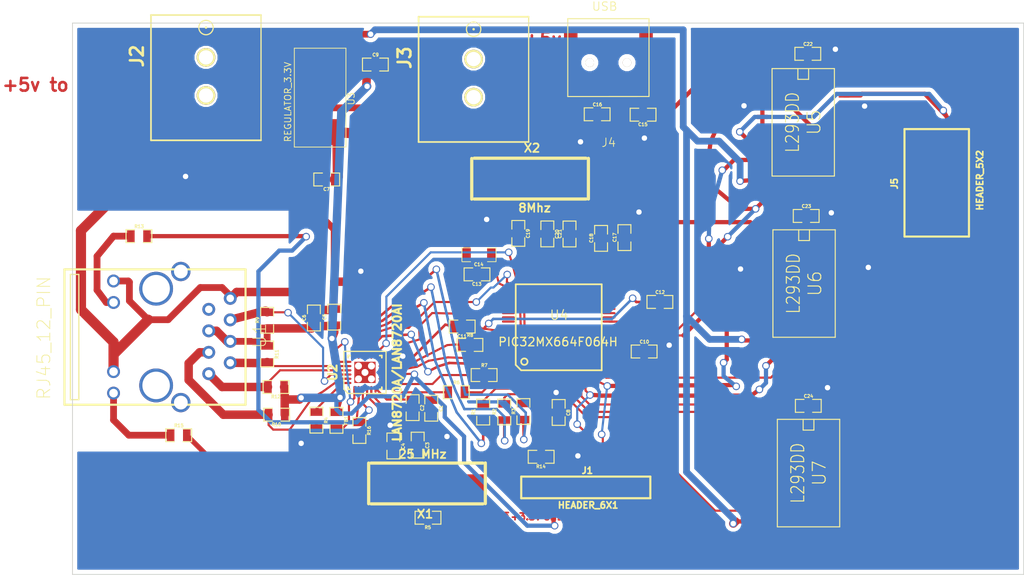
<source format=kicad_pcb>
(kicad_pcb (version 3) (host pcbnew "(2013-08-24 BZR 4298)-stable")
  (layers (15 F.Cu signal) (0 B.Cu signal) (18 B.Paste user) (19 F.Paste user) (20 B.SilkS user) (21 F.SilkS user) (22 B.Mask user) (23 F.Mask user) (28 Edge.Cuts user))
  (net 0 "")
  (net 1 +3.3v)
  (net 2 +5v_Vbus)
  (net 3 AVDD)
  (net 4 D+)
  (net 5 D-)
  (net 6 ECRSDV)
  (net 7 EMDC)
  (net 8 EMDIO)
  (net 9 EREFCLK)
  (net 10 ERXD0)
  (net 11 ERXD1)
  (net 12 ERXERR)
  (net 13 ETXD0)
  (net 14 ETXD1)
  (net 15 ETXEN)
  (net 16 GND)
  (net 17 GreenLED)
  (net 18 ICSPCLK_M1-)
  (net 19 ICSPDAT_M1+)
  (net 20 M2+)
  (net 21 M2-)
  (net 22 M3+)
  (net 23 M3-)
  (net 24 M4+)
  (net 25 M4-)
  (net 26 M5+)
  (net 27 M5-)
  (net 28 Motor1+)
  (net 29 Motor1-)
  (net 30 Motor2+)
  (net 31 Motor2-)
  (net 32 Motor3+)
  (net 33 Motor3-)
  (net 34 Motor4+)
  (net 35 Motor4-)
  (net 36 Motor5+)
  (net 37 Motor5-)
  (net 38 N-000001)
  (net 39 N-0000010)
  (net 40 N-0000016)
  (net 41 N-0000017)
  (net 42 N-0000018)
  (net 43 N-0000019)
  (net 44 N-000002)
  (net 45 N-0000020)
  (net 46 N-0000021)
  (net 47 N-0000024)
  (net 48 N-0000025)
  (net 49 N-0000026)
  (net 50 N-0000027)
  (net 51 N-0000028)
  (net 52 N-0000029)
  (net 53 N-0000030)
  (net 54 N-0000031)
  (net 55 N-0000032)
  (net 56 N-0000033)
  (net 57 N-0000039)
  (net 58 N-000004)
  (net 59 N-0000049)
  (net 60 N-0000050)
  (net 61 N-0000057)
  (net 62 N-0000058)
  (net 63 N-0000059)
  (net 64 N-0000060)
  (net 65 N-0000061)
  (net 66 N-0000063)
  (net 67 N-0000064)
  (net 68 N-0000065)
  (net 69 N-0000067)
  (net 70 N-0000070)
  (net 71 N-0000071)
  (net 72 N-0000072)
  (net 73 N-0000073)
  (net 74 N-0000074)
  (net 75 N-0000075)
  (net 76 N-0000076)
  (net 77 N-0000077)
  (net 78 N-0000078)
  (net 79 N-0000079)
  (net 80 N-000008)
  (net 81 N-000009)
  (net 82 RXN)
  (net 83 RXP)
  (net 84 TXN)
  (net 85 TXP)
  (net 86 Vin)
  (net 87 YellowLED)
  (net 88 nRST)
  (net 89 ~MCLR~)
  (module TED_SM1206 (layer F.Cu) (at 81.08 92.82 180)
    (fp_text reference C14 (at 0.0254 -1.14808 180) (layer F.SilkS) (effects (font (size 0.381 0.381) (thickness 0.09398))))
    (fp_text value 10uF hide)
    (pad 1 smd rect (at -1.46304 -0.01524 180) (size 1.00076 1.50114) (layers F.Cu F.Paste F.Mask) (net 44 N-000002))
    (pad 2 smd rect (at 1.46304 -0.00508 180) (size 1.00076 1.5494) (layers F.Cu F.Paste F.Mask) (net 16 GND))
  )
  (module TED_USB_SMT_MINI (layer F.Cu) (at 96.375 69.525 180)
    (fp_text reference J4 (at -0.0381 -10.04316 180) (layer F.SilkS) (effects (font (size 1.00076 1.00076) (thickness 0.09906))))
    (fp_text value USB (at 0.4445 6.0452 180) (layer F.SilkS) (effects (font (size 1.00076 1.00076) (thickness 0.09906))))
    (pad GP smd rect (at 4.45008 -3.0988 180) (size 1.6002 1.6002) (layers F.Cu F.Paste F.Mask))
    (pad GP smd rect (at 4.45008 2.4003 180) (size 1.6002 1.6002) (layers F.Cu F.Paste F.Mask))
    (pad GP smd rect (at -4.45008 -3.0988 180) (size 1.6002 1.6002) (layers F.Cu F.Paste F.Mask))
    (pad "" thru_hole circle (at 2.19964 -0.59944 180) (size 1.00076 1.00076) (drill 1.00076) (layers *.Cu *.Mask F.SilkS))
    (pad 4 smd rect (at 0.8001 -3.70078 180) (size 0.50038 1.19888) (layers F.Cu F.Paste F.Mask) (net 16 GND))
    (pad 1 smd rect (at -1.6002 -3.70078 180) (size 0.50038 1.19888) (layers F.Cu F.Paste F.Mask) (net 2 +5v_Vbus))
    (pad 2 smd rect (at -0.8001 -3.70078 180) (size 0.50038 1.19888) (layers F.Cu F.Paste F.Mask) (net 5 D-))
    (pad 5 smd rect (at 1.6002 -3.70078 180) (size 0.50038 1.19888) (layers F.Cu F.Paste F.Mask) (net 57 N-0000039))
    (pad 3 smd rect (at 0.0127 -3.70078 180) (size 0.50038 1.19888) (layers F.Cu F.Paste F.Mask) (net 4 D+))
    (pad GP smd rect (at -4.45008 2.4003 180) (size 1.6002 1.6002) (layers F.Cu F.Paste F.Mask))
    (pad "" thru_hole circle (at -2.19964 -0.59944 180) (size 1.00076 1.00076) (drill 1.00076) (layers *.Cu *.Mask F.SilkS))
  )
  (module TQFP_64 (layer F.Cu) (at 90.425 101.475)
    (fp_text reference U4 (at 0.127 -1.524) (layer F.SilkS) (effects (font (size 1.09982 1.09982) (thickness 0.127))))
    (fp_text value PIC32MX664F064H (at 0 1.651) (layer F.SilkS) (effects (font (size 1.00076 1.00076) (thickness 0.1524))))
    (pad 1 smd rect (at -3.74904 5.86994) (size 0.24892 1.524) (layers F.Cu F.Paste F.Mask) (net 15 ETXEN))
    (pad 2 smd oval (at -3.24866 5.86994) (size 0.24892 1.524) (layers F.Cu F.Paste F.Mask) (net 13 ETXD0))
    (pad 3 smd oval (at -2.74828 5.86994) (size 0.24892 1.524) (layers F.Cu F.Paste F.Mask) (net 14 ETXD1))
    (pad 4 smd oval (at -2.2479 5.86994) (size 0.24892 1.524) (layers F.Cu F.Paste F.Mask) (net 77 N-0000077))
    (pad 5 smd oval (at -1.74752 5.86994) (size 0.24892 1.524) (layers F.Cu F.Paste F.Mask) (net 78 N-0000078))
    (pad 6 smd oval (at -1.24968 5.86994) (size 0.24892 1.524) (layers F.Cu F.Paste F.Mask) (net 71 N-0000071))
    (pad 7 smd oval (at -0.7493 5.86994) (size 0.24892 1.524) (layers F.Cu F.Paste F.Mask) (net 89 ~MCLR~))
    (pad 8 smd oval (at -0.24892 5.86994) (size 0.24892 1.524) (layers F.Cu F.Paste F.Mask) (net 72 N-0000072))
    (pad 9 smd oval (at 0.25146 5.86994) (size 0.24892 1.524) (layers F.Cu F.Paste F.Mask) (net 16 GND))
    (pad 10 smd oval (at 0.75184 5.86994) (size 0.24892 1.524) (layers F.Cu F.Paste F.Mask) (net 1 +3.3v))
    (pad 11 smd oval (at 1.25222 5.86994) (size 0.24892 1.524) (layers F.Cu F.Paste F.Mask) (net 23 M3-))
    (pad 12 smd oval (at 1.75006 5.86994) (size 0.24892 1.524) (layers F.Cu F.Paste F.Mask) (net 22 M3+))
    (pad 13 smd oval (at 2.25044 5.86994) (size 0.24892 1.524) (layers F.Cu F.Paste F.Mask) (net 21 M2-))
    (pad 14 smd oval (at 2.75082 5.86994) (size 0.24892 1.524) (layers F.Cu F.Paste F.Mask) (net 20 M2+))
    (pad 15 smd oval (at 3.2512 5.86994) (size 0.24892 1.524) (layers F.Cu F.Paste F.Mask) (net 18 ICSPCLK_M1-))
    (pad 16 smd oval (at 3.75158 5.86994) (size 0.24892 1.524) (layers F.Cu F.Paste F.Mask) (net 19 ICSPDAT_M1+))
    (pad 17 smd oval (at 6.0325 3.74904) (size 1.524 0.24892) (layers F.Cu F.Paste F.Mask) (net 24 M4+))
    (pad 18 smd oval (at 6.0325 3.24866) (size 1.524 0.24892) (layers F.Cu F.Paste F.Mask) (net 25 M4-))
    (pad 19 smd oval (at 6.0325 2.74828) (size 1.524 0.24892) (layers F.Cu F.Paste F.Mask) (net 1 +3.3v))
    (pad 20 smd oval (at 6.0325 2.2479) (size 1.524 0.24892) (layers F.Cu F.Paste F.Mask) (net 16 GND))
    (pad 21 smd oval (at 6.0325 1.74752) (size 1.524 0.24892) (layers F.Cu F.Paste F.Mask) (net 26 M5+))
    (pad 22 smd oval (at 6.0325 1.24968) (size 1.524 0.24892) (layers F.Cu F.Paste F.Mask) (net 27 M5-))
    (pad 23 smd oval (at 6.0325 0.7493) (size 1.524 0.24892) (layers F.Cu F.Paste F.Mask) (net 47 N-0000024))
    (pad 24 smd oval (at 6.0325 0.24892) (size 1.524 0.24892) (layers F.Cu F.Paste F.Mask) (net 51 N-0000028))
    (pad 25 smd oval (at 6.0325 -0.25146) (size 1.524 0.24892) (layers F.Cu F.Paste F.Mask) (net 16 GND))
    (pad 26 smd oval (at 6.0325 -0.75184) (size 1.524 0.24892) (layers F.Cu F.Paste F.Mask) (net 1 +3.3v))
    (pad 27 smd oval (at 6.0325 -1.25222) (size 1.524 0.24892) (layers F.Cu F.Paste F.Mask) (net 40 N-0000016))
    (pad 28 smd oval (at 6.0325 -1.75006) (size 1.524 0.24892) (layers F.Cu F.Paste F.Mask) (net 42 N-0000018))
    (pad 29 smd oval (at 6.0325 -2.25044) (size 1.524 0.24892) (layers F.Cu F.Paste F.Mask) (net 45 N-0000020))
    (pad 30 smd oval (at 6.0325 -2.75082) (size 1.524 0.24892) (layers F.Cu F.Paste F.Mask) (net 7 EMDC))
    (pad 31 smd oval (at 6.0325 -3.2512) (size 1.524 0.24892) (layers F.Cu F.Paste F.Mask) (net 70 N-0000070))
    (pad 32 smd oval (at 6.0325 -3.75158) (size 1.524 0.24892) (layers F.Cu F.Paste F.Mask) (net 59 N-0000049))
    (pad 33 smd oval (at 3.75158 -6.0325) (size 0.24892 1.524) (layers F.Cu F.Paste F.Mask) (net 48 N-0000025))
    (pad 34 smd oval (at 3.2512 -6.0325) (size 0.24892 1.524) (layers F.Cu F.Paste F.Mask) (net 2 +5v_Vbus))
    (pad 35 smd oval (at 2.75082 -6.0325) (size 0.24892 1.524) (layers F.Cu F.Paste F.Mask) (net 1 +3.3v))
    (pad 36 smd oval (at 2.25044 -6.0325) (size 0.24892 1.524) (layers F.Cu F.Paste F.Mask) (net 5 D-))
    (pad 37 smd oval (at 1.75006 -6.0325) (size 0.24892 1.524) (layers F.Cu F.Paste F.Mask) (net 4 D+))
    (pad 38 smd oval (at 1.25222 -6.0325) (size 0.24892 1.524) (layers F.Cu F.Paste F.Mask) (net 1 +3.3v))
    (pad 39 smd oval (at 0.75184 -6.0325) (size 0.24892 1.524) (layers F.Cu F.Paste F.Mask) (net 79 N-0000079))
    (pad 40 smd oval (at 0.25146 -6.0325) (size 0.24892 1.524) (layers F.Cu F.Paste F.Mask) (net 38 N-000001))
    (pad 41 smd oval (at -0.24892 -6.0325) (size 0.24892 1.524) (layers F.Cu F.Paste F.Mask) (net 16 GND))
    (pad 42 smd oval (at -0.7493 -6.0325) (size 0.24892 1.524) (layers F.Cu F.Paste F.Mask) (net 73 N-0000073))
    (pad 43 smd oval (at -1.24968 -6.0325) (size 0.24892 1.524) (layers F.Cu F.Paste F.Mask) (net 49 N-0000026))
    (pad 44 smd oval (at -1.74752 -6.0325) (size 0.24892 1.524) (layers F.Cu F.Paste F.Mask) (net 52 N-0000029))
    (pad 45 smd oval (at -2.2479 -6.0325) (size 0.24892 1.524) (layers F.Cu F.Paste F.Mask) (net 54 N-0000031))
    (pad 46 smd oval (at -2.74828 -6.0325) (size 0.24892 1.524) (layers F.Cu F.Paste F.Mask) (net 56 N-0000033))
    (pad 47 smd oval (at -3.24866 -6.0325) (size 0.24892 1.524) (layers F.Cu F.Paste F.Mask) (net 41 N-0000017))
    (pad 48 smd oval (at -3.74904 -6.0325) (size 0.24892 1.524) (layers F.Cu F.Paste F.Mask) (net 43 N-0000019))
    (pad 49 smd oval (at -5.86994 -3.75158) (size 1.524 0.24892) (layers F.Cu F.Paste F.Mask) (net 8 EMDIO))
    (pad 50 smd oval (at -5.86994 -3.2512) (size 1.524 0.24892) (layers F.Cu F.Paste F.Mask) (net 74 N-0000074))
    (pad 52 smd oval (at -5.86994 -2.25044) (size 1.524 0.24892) (layers F.Cu F.Paste F.Mask) (net 76 N-0000076))
    (pad 51 smd oval (at -5.88772 -2.75082) (size 1.524 0.24892) (layers F.Cu F.Paste F.Mask) (net 75 N-0000075))
    (pad 53 smd oval (at -5.86994 -1.75006) (size 1.524 0.24892) (layers F.Cu F.Paste F.Mask) (net 50 N-0000027))
    (pad 54 smd oval (at -5.86994 -1.25222) (size 1.524 0.24892) (layers F.Cu F.Paste F.Mask) (net 53 N-0000030))
    (pad 55 smd oval (at -5.86994 -0.75184) (size 1.524 0.24892) (layers F.Cu F.Paste F.Mask) (net 55 N-0000032))
    (pad 56 smd oval (at -5.86994 -0.25146) (size 1.524 0.24892) (layers F.Cu F.Paste F.Mask) (net 44 N-000002))
    (pad 57 smd oval (at -5.86994 0.24892) (size 1.524 0.24892) (layers F.Cu F.Paste F.Mask) (net 1 +3.3v))
    (pad 58 smd oval (at -5.86994 0.7493) (size 1.524 0.24892) (layers F.Cu F.Paste F.Mask) (net 88 nRST))
    (pad 59 smd oval (at -5.86994 1.24206) (size 1.524 0.24892) (layers F.Cu F.Paste F.Mask) (net 46 N-0000021))
    (pad 60 smd oval (at -5.86994 1.74244) (size 1.524 0.24892) (layers F.Cu F.Paste F.Mask) (net 11 ERXD1))
    (pad 61 smd oval (at -5.86994 2.24282) (size 1.524 0.24892) (layers F.Cu F.Paste F.Mask) (net 10 ERXD0))
    (pad 62 smd oval (at -5.86994 2.7432) (size 1.524 0.24892) (layers F.Cu F.Paste F.Mask) (net 6 ECRSDV))
    (pad 63 smd oval (at -5.86994 3.24104) (size 1.524 0.24892) (layers F.Cu F.Paste F.Mask) (net 9 EREFCLK))
    (pad 64 smd oval (at -5.86994 3.74142) (size 1.524 0.24892) (layers F.Cu F.Paste F.Mask) (net 12 ERXERR))
  )
  (module SO20 (layer F.Cu) (at 119.4 77.175 270)
    (fp_text reference U5 (at 0 -1.27 270) (layer F.SilkS) (effects (font (thickness 0.127))))
    (fp_text value L293DD (at 0 1.27 270) (layer F.SilkS) (effects (font (size 1.524 1.27) (thickness 0.127))))
    (pad 11 smd rect (at 5.715 -4.826 270) (size 0.508 1.27) (layers F.Cu F.Paste F.Mask) (net 2 +5v_Vbus))
    (pad 12 smd rect (at 4.445 -4.826 270) (size 0.508 1.27) (layers F.Cu F.Paste F.Mask) (net 26 M5+))
    (pad 13 smd rect (at 3.175 -4.826 270) (size 0.508 1.27) (layers F.Cu F.Paste F.Mask) (net 36 Motor5+))
    (pad 14 smd rect (at 1.905 -4.826 270) (size 0.508 1.27) (layers F.Cu F.Paste F.Mask) (net 16 GND))
    (pad 15 smd rect (at 0.635 -4.826 270) (size 0.508 1.27) (layers F.Cu F.Paste F.Mask) (net 16 GND))
    (pad 16 smd rect (at -0.635 -4.826 270) (size 0.508 1.27) (layers F.Cu F.Paste F.Mask) (net 16 GND))
    (pad 17 smd rect (at -1.905 -4.826 270) (size 0.508 1.27) (layers F.Cu F.Paste F.Mask) (net 16 GND))
    (pad 18 smd rect (at -3.175 -4.826 270) (size 0.508 1.27) (layers F.Cu F.Paste F.Mask) (net 37 Motor5-))
    (pad 19 smd rect (at -4.445 -4.826 270) (size 0.508 1.27) (layers F.Cu F.Paste F.Mask) (net 27 M5-))
    (pad 20 smd rect (at -5.715 -4.826 270) (size 0.508 1.27) (layers F.Cu F.Paste F.Mask) (net 2 +5v_Vbus))
    (pad 1 smd rect (at -5.715 4.826 270) (size 0.508 1.27) (layers F.Cu F.Paste F.Mask) (net 2 +5v_Vbus))
    (pad 2 smd rect (at -4.445 4.826 270) (size 0.508 1.27) (layers F.Cu F.Paste F.Mask) (net 26 M5+))
    (pad 3 smd rect (at -3.175 4.826 270) (size 0.508 1.27) (layers F.Cu F.Paste F.Mask) (net 36 Motor5+))
    (pad 4 smd rect (at -1.905 4.826 270) (size 0.508 1.27) (layers F.Cu F.Paste F.Mask) (net 16 GND))
    (pad 5 smd rect (at -0.635 4.826 270) (size 0.508 1.27) (layers F.Cu F.Paste F.Mask) (net 16 GND))
    (pad 6 smd rect (at 0.635 4.826 270) (size 0.508 1.27) (layers F.Cu F.Paste F.Mask) (net 16 GND))
    (pad 7 smd rect (at 1.905 4.826 270) (size 0.508 1.27) (layers F.Cu F.Paste F.Mask) (net 16 GND))
    (pad 8 smd rect (at 3.175 4.826 270) (size 0.508 1.27) (layers F.Cu F.Paste F.Mask) (net 37 Motor5-))
    (pad 9 smd rect (at 4.445 4.826 270) (size 0.508 1.27) (layers F.Cu F.Paste F.Mask) (net 27 M5-))
    (pad 10 smd rect (at 5.715 4.826 270) (size 0.508 1.27) (layers F.Cu F.Paste F.Mask) (net 86 Vin))
  )
  (module SO20 (layer F.Cu) (at 119.5 96.225 270)
    (fp_text reference U6 (at 0 -1.27 270) (layer F.SilkS) (effects (font (thickness 0.127))))
    (fp_text value L293DD (at 0 1.27 270) (layer F.SilkS) (effects (font (size 1.524 1.27) (thickness 0.127))))
    (pad 11 smd rect (at 5.715 -4.826 270) (size 0.508 1.27) (layers F.Cu F.Paste F.Mask) (net 2 +5v_Vbus))
    (pad 12 smd rect (at 4.445 -4.826 270) (size 0.508 1.27) (layers F.Cu F.Paste F.Mask) (net 20 M2+))
    (pad 13 smd rect (at 3.175 -4.826 270) (size 0.508 1.27) (layers F.Cu F.Paste F.Mask) (net 30 Motor2+))
    (pad 14 smd rect (at 1.905 -4.826 270) (size 0.508 1.27) (layers F.Cu F.Paste F.Mask) (net 16 GND))
    (pad 15 smd rect (at 0.635 -4.826 270) (size 0.508 1.27) (layers F.Cu F.Paste F.Mask) (net 16 GND))
    (pad 16 smd rect (at -0.635 -4.826 270) (size 0.508 1.27) (layers F.Cu F.Paste F.Mask) (net 16 GND))
    (pad 17 smd rect (at -1.905 -4.826 270) (size 0.508 1.27) (layers F.Cu F.Paste F.Mask) (net 16 GND))
    (pad 18 smd rect (at -3.175 -4.826 270) (size 0.508 1.27) (layers F.Cu F.Paste F.Mask) (net 31 Motor2-))
    (pad 19 smd rect (at -4.445 -4.826 270) (size 0.508 1.27) (layers F.Cu F.Paste F.Mask) (net 21 M2-))
    (pad 20 smd rect (at -5.715 -4.826 270) (size 0.508 1.27) (layers F.Cu F.Paste F.Mask) (net 2 +5v_Vbus))
    (pad 1 smd rect (at -5.715 4.826 270) (size 0.508 1.27) (layers F.Cu F.Paste F.Mask) (net 2 +5v_Vbus))
    (pad 2 smd rect (at -4.445 4.826 270) (size 0.508 1.27) (layers F.Cu F.Paste F.Mask) (net 19 ICSPDAT_M1+))
    (pad 3 smd rect (at -3.175 4.826 270) (size 0.508 1.27) (layers F.Cu F.Paste F.Mask) (net 28 Motor1+))
    (pad 4 smd rect (at -1.905 4.826 270) (size 0.508 1.27) (layers F.Cu F.Paste F.Mask) (net 16 GND))
    (pad 5 smd rect (at -0.635 4.826 270) (size 0.508 1.27) (layers F.Cu F.Paste F.Mask) (net 16 GND))
    (pad 6 smd rect (at 0.635 4.826 270) (size 0.508 1.27) (layers F.Cu F.Paste F.Mask) (net 16 GND))
    (pad 7 smd rect (at 1.905 4.826 270) (size 0.508 1.27) (layers F.Cu F.Paste F.Mask) (net 16 GND))
    (pad 8 smd rect (at 3.175 4.826 270) (size 0.508 1.27) (layers F.Cu F.Paste F.Mask) (net 29 Motor1-))
    (pad 9 smd rect (at 4.445 4.826 270) (size 0.508 1.27) (layers F.Cu F.Paste F.Mask) (net 18 ICSPCLK_M1-))
    (pad 10 smd rect (at 5.715 4.826 270) (size 0.508 1.27) (layers F.Cu F.Paste F.Mask) (net 86 Vin))
  )
  (module SO20 (layer F.Cu) (at 120.025 118.625 270)
    (fp_text reference U7 (at 0 -1.27 270) (layer F.SilkS) (effects (font (thickness 0.127))))
    (fp_text value L293DD (at 0 1.27 270) (layer F.SilkS) (effects (font (size 1.524 1.27) (thickness 0.127))))
    (pad 11 smd rect (at 5.715 -4.826 270) (size 0.508 1.27) (layers F.Cu F.Paste F.Mask) (net 2 +5v_Vbus))
    (pad 12 smd rect (at 4.445 -4.826 270) (size 0.508 1.27) (layers F.Cu F.Paste F.Mask) (net 24 M4+))
    (pad 13 smd rect (at 3.175 -4.826 270) (size 0.508 1.27) (layers F.Cu F.Paste F.Mask) (net 34 Motor4+))
    (pad 14 smd rect (at 1.905 -4.826 270) (size 0.508 1.27) (layers F.Cu F.Paste F.Mask) (net 16 GND))
    (pad 15 smd rect (at 0.635 -4.826 270) (size 0.508 1.27) (layers F.Cu F.Paste F.Mask) (net 16 GND))
    (pad 16 smd rect (at -0.635 -4.826 270) (size 0.508 1.27) (layers F.Cu F.Paste F.Mask) (net 16 GND))
    (pad 17 smd rect (at -1.905 -4.826 270) (size 0.508 1.27) (layers F.Cu F.Paste F.Mask) (net 16 GND))
    (pad 18 smd rect (at -3.175 -4.826 270) (size 0.508 1.27) (layers F.Cu F.Paste F.Mask) (net 35 Motor4-))
    (pad 19 smd rect (at -4.445 -4.826 270) (size 0.508 1.27) (layers F.Cu F.Paste F.Mask) (net 25 M4-))
    (pad 20 smd rect (at -5.715 -4.826 270) (size 0.508 1.27) (layers F.Cu F.Paste F.Mask) (net 2 +5v_Vbus))
    (pad 1 smd rect (at -5.715 4.826 270) (size 0.508 1.27) (layers F.Cu F.Paste F.Mask) (net 2 +5v_Vbus))
    (pad 2 smd rect (at -4.445 4.826 270) (size 0.508 1.27) (layers F.Cu F.Paste F.Mask) (net 22 M3+))
    (pad 3 smd rect (at -3.175 4.826 270) (size 0.508 1.27) (layers F.Cu F.Paste F.Mask) (net 32 Motor3+))
    (pad 4 smd rect (at -1.905 4.826 270) (size 0.508 1.27) (layers F.Cu F.Paste F.Mask) (net 16 GND))
    (pad 5 smd rect (at -0.635 4.826 270) (size 0.508 1.27) (layers F.Cu F.Paste F.Mask) (net 16 GND))
    (pad 6 smd rect (at 0.635 4.826 270) (size 0.508 1.27) (layers F.Cu F.Paste F.Mask) (net 16 GND))
    (pad 7 smd rect (at 1.905 4.826 270) (size 0.508 1.27) (layers F.Cu F.Paste F.Mask) (net 16 GND))
    (pad 8 smd rect (at 3.175 4.826 270) (size 0.508 1.27) (layers F.Cu F.Paste F.Mask) (net 33 Motor3-))
    (pad 9 smd rect (at 4.445 4.826 270) (size 0.508 1.27) (layers F.Cu F.Paste F.Mask) (net 23 M3-))
    (pad 10 smd rect (at 5.715 4.826 270) (size 0.508 1.27) (layers F.Cu F.Paste F.Mask) (net 86 Vin))
  )
  (module TED_crystal_SMT_13x5mm (layer F.Cu) (at 74.94 119.86 180)
    (fp_text reference X1 (at 0.2286 -3.60172 180) (layer F.SilkS) (effects (font (size 1.00076 1.00076) (thickness 0.20066))))
    (fp_text value "25 MHz" (at 0.5334 3.47472 180) (layer F.SilkS) (effects (font (size 1.00076 1.00076) (thickness 0.20066))))
    (pad 1 smd rect (at -5.08 0.03556 180) (size 3.79984 2.10058) (layers F.Cu F.Paste F.Mask) (net 63 N-0000059))
    (pad 2 smd rect (at 5.08 -0.06096 180) (size 3.79984 2.10058) (layers F.Cu F.Paste F.Mask) (net 64 N-0000060))
  )
  (module TED_crystal_SMT_13x5mm (layer F.Cu) (at 87.12 83.82)
    (fp_text reference X2 (at 0.2286 -3.60172) (layer F.SilkS) (effects (font (size 1.00076 1.00076) (thickness 0.20066))))
    (fp_text value 8Mhz (at 0.5334 3.47472) (layer F.SilkS) (effects (font (size 1.00076 1.00076) (thickness 0.20066))))
    (pad 1 smd rect (at -5.08 0.03556) (size 3.79984 2.10058) (layers F.Cu F.Paste F.Mask) (net 38 N-000001))
    (pad 2 smd rect (at 5.08 -0.06096) (size 3.79984 2.10058) (layers F.Cu F.Paste F.Mask) (net 79 N-0000079))
  )
  (module TED_RJ45_12pin_Bottom (layer F.Cu) (at 42.8 102.55 270)
    (fp_text reference U1 (at -0.1524 -12.36472 270) (layer F.SilkS) (effects (font (thickness 0.09906))))
    (fp_text value RJ45_12_PIN (at 0.1016 13.13688 270) (layer F.SilkS) (effects (font (thickness 0.09906))))
    (pad 12 thru_hole circle (at -6.625 4.9 270) (size 1.524 1.524) (drill 1.02) (layers F.Cu) (net 16 GND) (clearance 0.2))
    (pad 11 thru_hole circle (at -4.085 4.9 270) (size 1.524 1.524) (drill 1.02) (layers F.Cu) (net 87 YellowLED) (clearance 0.2))
    (pad 10 thru_hole circle (at 4.085 4.9 270) (size 1.524 1.524) (drill 1.02) (layers F.Cu) (net 16 GND) (clearance 0.2))
    (pad 9 thru_hole circle (at 6.625 4.9 270) (size 1.524 1.524) (drill 1.02) (layers F.Cu) (net 17 GreenLED) (clearance 0.2))
    (pad 7 thru_hole circle (at -3.2766 -6.35 270) (size 1.524 1.524) (drill 0.89) (layers F.Cu) (net 60 N-0000050))
    (pad 3 thru_hole circle (at 1.8034 -6.35 270) (size 1.524 1.524) (drill 0.89) (layers F.Cu) (net 83 RXP))
    (pad 5 thru_hole circle (at -0.7366 -6.35 270) (size 1.524 1.524) (drill 0.89) (layers F.Cu) (net 1 +3.3v))
    (pad 1 thru_hole circle (at 4.33324 -6.35 270) (size 1.524 1.524) (drill 0.89) (layers F.Cu) (net 85 TXP))
    (pad 2 thru_hole circle (at 3.03784 -8.89 270) (size 1.524 1.524) (drill 0.89) (layers F.Cu) (net 84 TXN))
    (pad 6 thru_hole circle (at -2.032 -8.89 270) (size 1.524 1.524) (drill 0.89) (layers F.Cu) (net 82 RXN))
    (pad 4 thru_hole circle (at 0.508 -8.89 270) (size 1.524 1.524) (drill 0.89) (layers F.Cu) (net 1 +3.3v))
    (pad "" thru_hole circle (at 5.715 -0.13208 270) (size 4 4) (drill 3.25) (layers F.Cu))
    (pad "" thru_hole circle (at -5.715 -0.13208 270) (size 4 4) (drill 3.25) (layers F.Cu) (clearance 0.3))
    (pad "" thru_hole circle (at -7.745 -3.05 270) (size 2.286 2.286) (drill 1.63) (layers F.Cu) (clearance 0.3))
    (pad "" thru_hole circle (at 7.745 -3.05 270) (size 2.286 2.286) (drill 1.63) (layers F.Cu) (clearance 0.3))
    (pad 8 thru_hole circle (at -4.572 -8.89 270) (size 1.524 1.524) (drill 0.89) (layers F.Cu) (net 16 GND))
  )
  (module TED_DC_2.1mm_SMT (layer F.Cu) (at 80.45 69.7 90)
    (fp_text reference J3 (at 0.15748 -8.15848 90) (layer F.SilkS) (effects (font (thickness 0.3048))))
    (fp_text value "Logic DC_2.1MM" hide)
    (pad 4 thru_hole circle (at -4.5 0 90) (size 2.2 2.2) (drill 1.7) (layers F.Cu F.SilkS) (clearance 0.2))
    (pad 3 smd rect (at 0 5.4 90) (size 1.99898 1.99898) (layers F.Cu F.Paste F.Mask) (clearance 0.2))
    (pad 3 smd rect (at -6.1 5.4 90) (size 1.99898 1.99898) (layers F.Cu F.Paste F.Mask))
    (pad 2 smd rect (at 0 -5.41528 90) (size 1.99898 1.99898) (layers F.Cu F.Paste F.Mask) (net 16 GND) (clearance 0.2))
    (pad 1 smd rect (at -6.1 -5.4 90) (size 1.99898 1.99898) (layers F.Cu F.Paste F.Mask) (net 2 +5v_Vbus) (clearance 0.2))
    (pad 4 thru_hole circle (at 0 0 90) (size 2.2 2.2) (drill 1.7) (layers *.Mask F.Cu F.SilkS) (clearance 0.2))
  )
  (module TED_DC_2.1mm_SMT (layer F.Cu) (at 48.825 69.5 90)
    (fp_text reference J2 (at 0.15748 -8.15848 90) (layer F.SilkS) (effects (font (thickness 0.3048))))
    (fp_text value "Motor DC_2.1MM" hide)
    (pad 4 thru_hole circle (at -4.5 0 90) (size 2.2 2.2) (drill 1.7) (layers F.Cu F.SilkS) (clearance 0.2))
    (pad 3 smd rect (at 0 5.4 90) (size 1.99898 1.99898) (layers F.Cu F.Paste F.Mask) (clearance 0.2))
    (pad 3 smd rect (at -6.1 5.4 90) (size 1.99898 1.99898) (layers F.Cu F.Paste F.Mask))
    (pad 2 smd rect (at 0 -5.41528 90) (size 1.99898 1.99898) (layers F.Cu F.Paste F.Mask) (net 16 GND) (clearance 0.2))
    (pad 1 smd rect (at -6.1 -5.4 90) (size 1.99898 1.99898) (layers F.Cu F.Paste F.Mask) (net 86 Vin) (clearance 0.2))
    (pad 4 thru_hole circle (at 0 0 90) (size 2.2 2.2) (drill 1.7) (layers *.Mask F.Cu F.SilkS) (clearance 0.2))
  )
  (module TED_HEADER_5x2_SMT (layer F.Cu) (at 135.175 84.325 90)
    (fp_text reference J5 (at -0.1 -5 90) (layer F.SilkS) (effects (font (size 0.762 0.762) (thickness 0.1905))))
    (fp_text value HEADER_5X2 (at 0.3 5.1 90) (layer F.SilkS) (effects (font (size 0.762 0.762) (thickness 0.1905))))
    (pad 10 smd rect (at -5.08 2.54 90) (size 0.9906 2.54) (layers F.Cu F.Paste F.Mask) (net 29 Motor1-) (clearance 0.508))
    (pad 9 smd rect (at -2.54 2.54 90) (size 0.9906 2.54) (layers F.Cu F.Paste F.Mask) (net 31 Motor2-) (clearance 0.508))
    (pad 8 smd rect (at 0 2.54 90) (size 0.9906 2.54) (layers F.Cu F.Paste F.Mask) (net 33 Motor3-) (clearance 0.508))
    (pad 7 smd rect (at 2.54 2.54 90) (size 0.9906 2.54) (layers F.Cu F.Paste F.Mask) (net 35 Motor4-) (clearance 0.508))
    (pad 6 smd rect (at 5.08 2.54 90) (size 0.9906 2.54) (layers F.Cu F.Paste F.Mask) (net 37 Motor5-) (clearance 0.508))
    (pad 5 smd rect (at 5.08 -2.54 90) (size 0.9906 2.54) (layers F.Cu F.Paste F.Mask) (net 36 Motor5+) (clearance 0.508))
    (pad 4 smd rect (at 2.54 -2.54 90) (size 0.9906 2.54) (layers F.Cu F.Paste F.Mask) (net 34 Motor4+) (clearance 0.508))
    (pad 3 smd rect (at 0 -2.54 90) (size 0.9906 2.54) (layers F.Cu F.Paste F.Mask) (net 32 Motor3+) (clearance 0.508))
    (pad 2 smd rect (at -2.54 -2.54 90) (size 0.9906 2.54) (layers F.Cu F.Paste F.Mask) (net 30 Motor2+) (clearance 0.508))
    (pad 1 smd rect (at -5.08 -2.54 90) (size 0.9906 2.54) (layers F.Cu F.Paste F.Mask) (net 28 Motor1+) (clearance 0.508))
  )
  (module TED_SM0805 (layer F.Cu) (at 66.95 113.59 270)
    (fp_text reference R16 (at 0.0254 -1.14808 270) (layer F.SilkS) (effects (font (size 0.381 0.381) (thickness 0.09398))))
    (fp_text value "10k 1%" hide)
    (pad 1 smd rect (at -0.9525 0 270) (size 0.889 1.397) (layers F.Cu F.Paste F.Mask) (net 68 N-0000065))
    (pad 2 smd rect (at 0.9525 0 270) (size 0.889 1.397) (layers F.Cu F.Paste F.Mask) (net 16 GND))
  )
  (module TED_SM0805 (layer F.Cu) (at 45.6 114.15)
    (fp_text reference R15 (at 0.0254 -1.14808) (layer F.SilkS) (effects (font (size 0.381 0.381) (thickness 0.09398))))
    (fp_text value 255 hide)
    (pad 1 smd rect (at -0.9525 0) (size 0.889 1.397) (layers F.Cu F.Paste F.Mask) (net 17 GreenLED))
    (pad 2 smd rect (at 0.9525 0) (size 0.889 1.397) (layers F.Cu F.Paste F.Mask) (net 68 N-0000065))
  )
  (module TED_SM0805 (layer F.Cu) (at 88.43 116.7 180)
    (fp_text reference R14 (at 0.0254 -1.14808 180) (layer F.SilkS) (effects (font (size 0.381 0.381) (thickness 0.09398))))
    (fp_text value 4.7k hide)
    (pad 1 smd rect (at -0.9525 0 180) (size 0.889 1.397) (layers F.Cu F.Paste F.Mask) (net 1 +3.3v))
    (pad 2 smd rect (at 0.9525 0 180) (size 0.889 1.397) (layers F.Cu F.Paste F.Mask) (net 89 ~MCLR~))
  )
  (module TED_SM0805 (layer F.Cu) (at 57.1 108.45 180)
    (fp_text reference R12 (at 0.0254 -1.14808 180) (layer F.SilkS) (effects (font (size 0.381 0.381) (thickness 0.09398))))
    (fp_text value 49.9 hide)
    (pad 1 smd rect (at -0.9525 0 180) (size 0.889 1.397) (layers F.Cu F.Paste F.Mask) (net 1 +3.3v))
    (pad 2 smd rect (at 0.9525 0 180) (size 0.889 1.397) (layers F.Cu F.Paste F.Mask) (net 85 TXP))
  )
  (module TED_SM0805 (layer F.Cu) (at 56.05 104.55 270)
    (fp_text reference R11 (at 0.0254 -1.14808 270) (layer F.SilkS) (effects (font (size 0.381 0.381) (thickness 0.09398))))
    (fp_text value 49.9 hide)
    (pad 1 smd rect (at -0.9525 0 270) (size 0.889 1.397) (layers F.Cu F.Paste F.Mask) (net 1 +3.3v))
    (pad 2 smd rect (at 0.9525 0 270) (size 0.889 1.397) (layers F.Cu F.Paste F.Mask) (net 84 TXN))
  )
  (module TED_SM0805 (layer F.Cu) (at 57.175 111.725 180)
    (fp_text reference R10 (at 0.0254 -1.14808 180) (layer F.SilkS) (effects (font (size 0.381 0.381) (thickness 0.09398))))
    (fp_text value 49.9 hide)
    (pad 1 smd rect (at -0.9525 0 180) (size 0.889 1.397) (layers F.Cu F.Paste F.Mask) (net 1 +3.3v))
    (pad 2 smd rect (at 0.9525 0 180) (size 0.889 1.397) (layers F.Cu F.Paste F.Mask) (net 83 RXP))
  )
  (module TED_SM0805 (layer F.Cu) (at 56.05 100.575 90)
    (fp_text reference R9 (at 0.0254 -1.14808 90) (layer F.SilkS) (effects (font (size 0.381 0.381) (thickness 0.09398))))
    (fp_text value 49.9 hide)
    (pad 1 smd rect (at -0.9525 0 90) (size 0.889 1.397) (layers F.Cu F.Paste F.Mask) (net 1 +3.3v))
    (pad 2 smd rect (at 0.9525 0 90) (size 0.889 1.397) (layers F.Cu F.Paste F.Mask) (net 82 RXN))
  )
  (module TED_SM0805 (layer F.Cu) (at 80.01 103.48)
    (fp_text reference R8 (at 0.0254 -1.14808) (layer F.SilkS) (effects (font (size 0.381 0.381) (thickness 0.09398))))
    (fp_text value 33 hide)
    (pad 1 smd rect (at -0.9525 0) (size 0.889 1.397) (layers F.Cu F.Paste F.Mask) (net 58 N-000004))
    (pad 2 smd rect (at 0.9525 0) (size 0.889 1.397) (layers F.Cu F.Paste F.Mask) (net 6 ECRSDV))
  )
  (module TED_SM0805 (layer F.Cu) (at 81.69 107.04)
    (fp_text reference R7 (at 0.0254 -1.14808) (layer F.SilkS) (effects (font (size 0.381 0.381) (thickness 0.09398))))
    (fp_text value 33 hide)
    (pad 1 smd rect (at -0.9525 0) (size 0.889 1.397) (layers F.Cu F.Paste F.Mask) (net 61 N-0000057))
    (pad 2 smd rect (at 0.9525 0) (size 0.889 1.397) (layers F.Cu F.Paste F.Mask) (net 10 ERXD0))
  )
  (module TED_SM0805 (layer F.Cu) (at 78.41 109.07)
    (fp_text reference R6 (at 0.0254 -1.14808) (layer F.SilkS) (effects (font (size 0.381 0.381) (thickness 0.09398))))
    (fp_text value 33 hide)
    (pad 1 smd rect (at -0.9525 0) (size 0.889 1.397) (layers F.Cu F.Paste F.Mask) (net 62 N-0000058))
    (pad 2 smd rect (at 0.9525 0) (size 0.889 1.397) (layers F.Cu F.Paste F.Mask) (net 11 ERXD1))
  )
  (module TED_SM0805 (layer F.Cu) (at 75.06 123.9 180)
    (fp_text reference R5 (at 0.0254 -1.14808 180) (layer F.SilkS) (effects (font (size 0.381 0.381) (thickness 0.09398))))
    (fp_text value 1M hide)
    (pad 1 smd rect (at -0.9525 0 180) (size 0.889 1.397) (layers F.Cu F.Paste F.Mask) (net 63 N-0000059))
    (pad 2 smd rect (at 0.9525 0 180) (size 0.889 1.397) (layers F.Cu F.Paste F.Mask) (net 64 N-0000060))
  )
  (module TED_SM0805 (layer F.Cu) (at 61.87 112.37 270)
    (fp_text reference R4 (at 0.0254 -1.14808 270) (layer F.SilkS) (effects (font (size 0.381 0.381) (thickness 0.09398))))
    (fp_text value "12.1k 1%" hide)
    (pad 1 smd rect (at -0.9525 0 270) (size 0.889 1.397) (layers F.Cu F.Paste F.Mask) (net 66 N-0000063))
    (pad 2 smd rect (at 0.9525 0 270) (size 0.889 1.397) (layers F.Cu F.Paste F.Mask) (net 16 GND))
  )
  (module TED_SM0805 (layer F.Cu) (at 86.33 111.35 90)
    (fp_text reference R3 (at 0.0254 -1.14808 90) (layer F.SilkS) (effects (font (size 0.381 0.381) (thickness 0.09398))))
    (fp_text value 33 hide)
    (pad 1 smd rect (at -0.9525 0 90) (size 0.889 1.397) (layers F.Cu F.Paste F.Mask) (net 80 N-000008))
    (pad 2 smd rect (at 0.9525 0 90) (size 0.889 1.397) (layers F.Cu F.Paste F.Mask) (net 14 ETXD1))
  )
  (module TED_SM0805 (layer F.Cu) (at 84.07 111.4 90)
    (fp_text reference R2 (at 0.0254 -1.14808 90) (layer F.SilkS) (effects (font (size 0.381 0.381) (thickness 0.09398))))
    (fp_text value 33 hide)
    (pad 1 smd rect (at -0.9525 0 90) (size 0.889 1.397) (layers F.Cu F.Paste F.Mask) (net 81 N-000009))
    (pad 2 smd rect (at 0.9525 0 90) (size 0.889 1.397) (layers F.Cu F.Paste F.Mask) (net 13 ETXD0))
  )
  (module TED_SM0805 (layer F.Cu) (at 81.58 111.41 90)
    (fp_text reference R1 (at 0.0254 -1.14808 90) (layer F.SilkS) (effects (font (size 0.381 0.381) (thickness 0.09398))))
    (fp_text value 33 hide)
    (pad 1 smd rect (at -0.9525 0 90) (size 0.889 1.397) (layers F.Cu F.Paste F.Mask) (net 39 N-0000010))
    (pad 2 smd rect (at 0.9525 0 90) (size 0.889 1.397) (layers F.Cu F.Paste F.Mask) (net 15 ETXEN))
  )
  (module TED_SM0805 (layer F.Cu) (at 64.24 112.39 270)
    (fp_text reference FB1 (at 0.0254 -1.14808 270) (layer F.SilkS) (effects (font (size 0.381 0.381) (thickness 0.09398))))
    (fp_text value 500mA hide)
    (pad 1 smd rect (at -0.9525 0 270) (size 0.889 1.397) (layers F.Cu F.Paste F.Mask) (net 1 +3.3v))
    (pad 2 smd rect (at 0.9525 0 270) (size 0.889 1.397) (layers F.Cu F.Paste F.Mask) (net 3 AVDD))
  )
  (module TED_SM0805 (layer F.Cu) (at 91.78 90.37 90)
    (fp_text reference C21 (at 0.0254 -1.14808 90) (layer F.SilkS) (effects (font (size 0.381 0.381) (thickness 0.09398))))
    (fp_text value .1uF hide)
    (pad 1 smd rect (at -0.9525 0 90) (size 0.889 1.397) (layers F.Cu F.Paste F.Mask) (net 1 +3.3v))
    (pad 2 smd rect (at 0.9525 0 90) (size 0.889 1.397) (layers F.Cu F.Paste F.Mask) (net 16 GND))
  )
  (module TED_SM0805 (layer F.Cu) (at 89.16 90.36 270)
    (fp_text reference C20 (at 0.0254 -1.14808 270) (layer F.SilkS) (effects (font (size 0.381 0.381) (thickness 0.09398))))
    (fp_text value 18pF hide)
    (pad 1 smd rect (at -0.9525 0 270) (size 0.889 1.397) (layers F.Cu F.Paste F.Mask) (net 79 N-0000079))
    (pad 2 smd rect (at 0.9525 0 270) (size 0.889 1.397) (layers F.Cu F.Paste F.Mask) (net 16 GND))
  )
  (module TED_SM0805 (layer F.Cu) (at 85.73 90.3 270)
    (fp_text reference C19 (at 0.0254 -1.14808 270) (layer F.SilkS) (effects (font (size 0.381 0.381) (thickness 0.09398))))
    (fp_text value 18pF hide)
    (pad 1 smd rect (at -0.9525 0 270) (size 0.889 1.397) (layers F.Cu F.Paste F.Mask) (net 38 N-000001))
    (pad 2 smd rect (at 0.9525 0 270) (size 0.889 1.397) (layers F.Cu F.Paste F.Mask) (net 16 GND))
  )
  (module TED_SM0805 (layer F.Cu) (at 95.51 90.89 90)
    (fp_text reference C18 (at 0.0254 -1.14808 90) (layer F.SilkS) (effects (font (size 0.381 0.381) (thickness 0.09398))))
    (fp_text value .1uF hide)
    (pad 1 smd rect (at -0.9525 0 90) (size 0.889 1.397) (layers F.Cu F.Paste F.Mask) (net 1 +3.3v))
    (pad 2 smd rect (at 0.9525 0 90) (size 0.889 1.397) (layers F.Cu F.Paste F.Mask) (net 16 GND))
  )
  (module TED_SM0805 (layer F.Cu) (at 98.27 90.8 90)
    (fp_text reference C17 (at 0.0254 -1.14808 90) (layer F.SilkS) (effects (font (size 0.381 0.381) (thickness 0.09398))))
    (fp_text value .47uF hide)
    (pad 1 smd rect (at -0.9525 0 90) (size 0.889 1.397) (layers F.Cu F.Paste F.Mask) (net 2 +5v_Vbus))
    (pad 2 smd rect (at 0.9525 0 90) (size 0.889 1.397) (layers F.Cu F.Paste F.Mask) (net 16 GND))
  )
  (module TED_SM0805 (layer F.Cu) (at 95.05 76.225)
    (fp_text reference C16 (at 0.0254 -1.14808) (layer F.SilkS) (effects (font (size 0.381 0.381) (thickness 0.09398))))
    (fp_text value .1uF hide)
    (pad 1 smd rect (at -0.9525 0) (size 0.889 1.397) (layers F.Cu F.Paste F.Mask) (net 57 N-0000039))
    (pad 2 smd rect (at 0.9525 0) (size 0.889 1.397) (layers F.Cu F.Paste F.Mask) (net 16 GND))
  )
  (module TED_SM0805 (layer F.Cu) (at 100.475 76.275 180)
    (fp_text reference C15 (at 0.0254 -1.14808 180) (layer F.SilkS) (effects (font (size 0.381 0.381) (thickness 0.09398))))
    (fp_text value 4.7uF hide)
    (pad 1 smd rect (at -0.9525 0 180) (size 0.889 1.397) (layers F.Cu F.Paste F.Mask) (net 2 +5v_Vbus))
    (pad 2 smd rect (at 0.9525 0 180) (size 0.889 1.397) (layers F.Cu F.Paste F.Mask) (net 16 GND))
  )
  (module TED_SM0805 (layer F.Cu) (at 80.85 95.14 180)
    (fp_text reference C13 (at 0.0254 -1.14808 180) (layer F.SilkS) (effects (font (size 0.381 0.381) (thickness 0.09398))))
    (fp_text value .1uF hide)
    (pad 1 smd rect (at -0.9525 0 180) (size 0.889 1.397) (layers F.Cu F.Paste F.Mask) (net 44 N-000002))
    (pad 2 smd rect (at 0.9525 0 180) (size 0.889 1.397) (layers F.Cu F.Paste F.Mask) (net 16 GND))
  )
  (module TED_SM0805 (layer F.Cu) (at 102.46 98.4)
    (fp_text reference C12 (at 0.0254 -1.14808) (layer F.SilkS) (effects (font (size 0.381 0.381) (thickness 0.09398))))
    (fp_text value 0.1uF hide)
    (pad 1 smd rect (at -0.9525 0) (size 0.889 1.397) (layers F.Cu F.Paste F.Mask) (net 1 +3.3v))
    (pad 2 smd rect (at 0.9525 0) (size 0.889 1.397) (layers F.Cu F.Paste F.Mask) (net 16 GND))
  )
  (module TED_SM0805 (layer F.Cu) (at 79.1 101.31 180)
    (fp_text reference C11 (at 0.0254 -1.14808 180) (layer F.SilkS) (effects (font (size 0.381 0.381) (thickness 0.09398))))
    (fp_text value 0.1uF hide)
    (pad 1 smd rect (at -0.9525 0 180) (size 0.889 1.397) (layers F.Cu F.Paste F.Mask) (net 1 +3.3v))
    (pad 2 smd rect (at 0.9525 0 180) (size 0.889 1.397) (layers F.Cu F.Paste F.Mask) (net 16 GND))
  )
  (module TED_SM0805 (layer F.Cu) (at 100.6 104.26)
    (fp_text reference C10 (at 0.0254 -1.14808) (layer F.SilkS) (effects (font (size 0.381 0.381) (thickness 0.09398))))
    (fp_text value 0.1uF hide)
    (pad 1 smd rect (at -0.9525 0) (size 0.889 1.397) (layers F.Cu F.Paste F.Mask) (net 1 +3.3v))
    (pad 2 smd rect (at 0.9525 0) (size 0.889 1.397) (layers F.Cu F.Paste F.Mask) (net 16 GND))
  )
  (module TED_SM0805 (layer F.Cu) (at 68.84 70.35)
    (fp_text reference C9 (at 0.0254 -1.14808) (layer F.SilkS) (effects (font (size 0.381 0.381) (thickness 0.09398))))
    (fp_text value 4.7uF hide)
    (pad 1 smd rect (at -0.9525 0) (size 0.889 1.397) (layers F.Cu F.Paste F.Mask) (net 1 +3.3v))
    (pad 2 smd rect (at 0.9525 0) (size 0.889 1.397) (layers F.Cu F.Paste F.Mask) (net 16 GND))
  )
  (module TED_SM0805 (layer F.Cu) (at 90.5 111.46 270)
    (fp_text reference C8 (at 0.0254 -1.14808 270) (layer F.SilkS) (effects (font (size 0.381 0.381) (thickness 0.09398))))
    (fp_text value 0.1uF hide)
    (pad 1 smd rect (at -0.9525 0 270) (size 0.889 1.397) (layers F.Cu F.Paste F.Mask) (net 1 +3.3v))
    (pad 2 smd rect (at 0.9525 0 270) (size 0.889 1.397) (layers F.Cu F.Paste F.Mask) (net 16 GND))
  )
  (module TED_SM0805 (layer F.Cu) (at 63.09 83.93 180)
    (fp_text reference C7 (at 0.0254 -1.14808 180) (layer F.SilkS) (effects (font (size 0.381 0.381) (thickness 0.09398))))
    (fp_text value 4.7uF hide)
    (pad 1 smd rect (at -0.9525 0 180) (size 0.889 1.397) (layers F.Cu F.Paste F.Mask) (net 2 +5v_Vbus))
    (pad 2 smd rect (at 0.9525 0 180) (size 0.889 1.397) (layers F.Cu F.Paste F.Mask) (net 16 GND))
  )
  (module TED_SM0805 (layer F.Cu) (at 61.575 100.3 90)
    (fp_text reference C6 (at 0.0254 -1.14808 90) (layer F.SilkS) (effects (font (size 0.381 0.381) (thickness 0.09398))))
    (fp_text value .1uF hide)
    (pad 1 smd rect (at -0.9525 0 90) (size 0.889 1.397) (layers F.Cu F.Paste F.Mask) (net 1 +3.3v))
    (pad 2 smd rect (at 0.9525 0 90) (size 0.889 1.397) (layers F.Cu F.Paste F.Mask) (net 16 GND))
  )
  (module TED_SM0805 (layer F.Cu) (at 63.975 100.2 90)
    (fp_text reference C5 (at 0.0254 -1.14808 90) (layer F.SilkS) (effects (font (size 0.381 0.381) (thickness 0.09398))))
    (fp_text value .1uF hide)
    (pad 1 smd rect (at -0.9525 0 90) (size 0.889 1.397) (layers F.Cu F.Paste F.Mask) (net 1 +3.3v))
    (pad 2 smd rect (at 0.9525 0 90) (size 0.889 1.397) (layers F.Cu F.Paste F.Mask) (net 16 GND))
  )
  (module TED_SM0805 (layer F.Cu) (at 70.97 115.42 270)
    (fp_text reference C4 (at 0.0254 -1.14808 270) (layer F.SilkS) (effects (font (size 0.381 0.381) (thickness 0.09398))))
    (fp_text value 18pF hide)
    (pad 1 smd rect (at -0.9525 0 270) (size 0.889 1.397) (layers F.Cu F.Paste F.Mask) (net 16 GND))
    (pad 2 smd rect (at 0.9525 0 270) (size 0.889 1.397) (layers F.Cu F.Paste F.Mask) (net 64 N-0000060))
  )
  (module TED_SM0805 (layer F.Cu) (at 73.84 115.32 270)
    (fp_text reference C3 (at 0.0254 -1.14808 270) (layer F.SilkS) (effects (font (size 0.381 0.381) (thickness 0.09398))))
    (fp_text value 18pF hide)
    (pad 1 smd rect (at -0.9525 0 270) (size 0.889 1.397) (layers F.Cu F.Paste F.Mask) (net 16 GND))
    (pad 2 smd rect (at 0.9525 0 270) (size 0.889 1.397) (layers F.Cu F.Paste F.Mask) (net 63 N-0000059))
  )
  (module TED_SM0805 (layer F.Cu) (at 73.24 110.89 270)
    (fp_text reference C2 (at 0.0254 -1.14808 270) (layer F.SilkS) (effects (font (size 0.381 0.381) (thickness 0.09398))))
    (fp_text value 1uF hide)
    (pad 1 smd rect (at -0.9525 0 270) (size 0.889 1.397) (layers F.Cu F.Paste F.Mask) (net 65 N-0000061))
    (pad 2 smd rect (at 0.9525 0 270) (size 0.889 1.397) (layers F.Cu F.Paste F.Mask) (net 16 GND))
  )
  (module TED_SM0805 (layer F.Cu) (at 75.44 110.96 270)
    (fp_text reference C1 (at 0.0254 -1.14808 270) (layer F.SilkS) (effects (font (size 0.381 0.381) (thickness 0.09398))))
    (fp_text value 0.1uF hide)
    (pad 1 smd rect (at -0.9525 0 270) (size 0.889 1.397) (layers F.Cu F.Paste F.Mask) (net 65 N-0000061))
    (pad 2 smd rect (at 0.9525 0 270) (size 0.889 1.397) (layers F.Cu F.Paste F.Mask) (net 16 GND))
  )
  (module TED_SM0805 (layer F.Cu) (at 40.9 90.625)
    (fp_text reference R13 (at 0.0254 -1.14808) (layer F.SilkS) (effects (font (size 0.381 0.381) (thickness 0.09398))))
    (fp_text value 255 hide)
    (pad 1 smd rect (at -0.9525 0) (size 0.889 1.397) (layers F.Cu F.Paste F.Mask) (net 87 YellowLED))
    (pad 2 smd rect (at 0.9525 0) (size 0.889 1.397) (layers F.Cu F.Paste F.Mask) (net 67 N-0000064))
  )
  (module TED_3v_DPAK (layer F.Cu) (at 62.31 74.26 270)
    (fp_text reference U3 (at 0.127 -3.683 270) (layer F.SilkS) (effects (font (size 0.762 0.762) (thickness 0.09906))))
    (fp_text value REGULATOR_3.3V (at 0.508 3.81 270) (layer F.SilkS) (effects (font (size 0.762 0.762) (thickness 0.09906))))
    (pad 1 smd rect (at 4.064 2.032 270) (size 3.048 1.524) (layers F.Cu F.Paste F.Mask) (net 16 GND))
    (pad 3 smd rect (at 4.064 -2.032 270) (size 3.048 1.524) (layers F.Cu F.Paste F.Mask) (net 2 +5v_Vbus))
    (pad 2 smd rect (at -3.048 0 270) (size 5.334 5.08) (layers F.Cu F.Paste F.Mask) (net 1 +3.3v))
  )
  (module TED_HEADER_6x1_SMT (layer F.Cu) (at 93.71 120.31)
    (fp_text reference J1 (at 0.1778 -1.98628) (layer F.SilkS) (effects (font (size 0.762 0.762) (thickness 0.1905))))
    (fp_text value HEADER_6X1 (at 0.26924 2.11328) (layer F.SilkS) (effects (font (size 0.762 0.762) (thickness 0.1905))))
    (pad 6 smd rect (at 6.35 1.27) (size 0.9906 2.54) (layers F.Cu F.Paste F.Mask) (net 69 N-0000067))
    (pad 5 smd rect (at 3.81 -1.27) (size 0.9906 2.54) (layers F.Cu F.Paste F.Mask) (net 18 ICSPCLK_M1-))
    (pad 4 smd rect (at 1.27 1.27) (size 0.9906 2.54) (layers F.Cu F.Paste F.Mask) (net 19 ICSPDAT_M1+))
    (pad 3 smd rect (at -1.27 -1.27) (size 0.9906 2.54) (layers F.Cu F.Paste F.Mask) (net 16 GND))
    (pad 2 smd rect (at -3.81 1.27) (size 0.9906 2.54) (layers F.Cu F.Paste F.Mask) (net 1 +3.3v))
    (pad 1 smd rect (at -6.35 -1.27) (size 0.9906 2.54) (layers F.Cu F.Paste F.Mask) (net 89 ~MCLR~))
  )
  (module TED_QFN24 (layer F.Cu) (at 67.61 106.73 90)
    (fp_text reference U2 (at 0 -3.81 90) (layer F.SilkS) (effects (font (size 1.00076 1.00076) (thickness 0.3048))))
    (fp_text value LAN8720A/LAN8720AI (at 0 3.81 90) (layer F.SilkS) (effects (font (size 1.00076 1.00076) (thickness 0.3048))))
    (pad 25 smd rect (at 0 0) (size 2.49936 2.49936) (layers F.Cu F.Paste) (net 16 GND))
    (pad 1 smd oval (at -1.99898 -1.24968 90) (size 0.8001 0.24892) (layers F.Cu F.Paste F.Mask) (net 3 AVDD))
    (pad 2 smd oval (at -1.99898 -0.7493 90) (size 0.8001 0.24892) (layers F.Cu F.Paste F.Mask) (net 68 N-0000065))
    (pad 3 smd oval (at -1.99898 -0.24892 90) (size 0.8001 0.24892) (layers F.Cu F.Paste F.Mask) (net 67 N-0000064))
    (pad 4 smd oval (at -1.99898 0.24892 90) (size 0.8001 0.24892) (layers F.Cu F.Paste F.Mask) (net 64 N-0000060))
    (pad 5 smd oval (at -1.99898 0.7493 90) (size 0.8001 0.24892) (layers F.Cu F.Paste F.Mask) (net 63 N-0000059))
    (pad 6 smd oval (at -1.99898 1.24968 90) (size 0.8001 0.24892) (layers F.Cu F.Paste F.Mask) (net 65 N-0000061))
    (pad 7 smd oval (at -1.24968 1.99898 180) (size 0.8001 0.24892) (layers F.Cu F.Paste F.Mask) (net 62 N-0000058))
    (pad 8 smd oval (at -0.7493 1.99898 180) (size 0.8001 0.24892) (layers F.Cu F.Paste F.Mask) (net 61 N-0000057))
    (pad 9 smd oval (at -0.24892 1.99898 180) (size 0.8001 0.24892) (layers F.Cu F.Paste F.Mask) (net 1 +3.3v))
    (pad 10 smd oval (at 0.24892 1.99898 180) (size 0.8001 0.24892) (layers F.Cu F.Paste F.Mask) (net 12 ERXERR))
    (pad 11 smd oval (at 0.7493 1.99898 180) (size 0.8001 0.24892) (layers F.Cu F.Paste F.Mask) (net 58 N-000004))
    (pad 12 smd oval (at 1.24968 1.99898 180) (size 0.8001 0.24892) (layers F.Cu F.Paste F.Mask) (net 8 EMDIO))
    (pad 13 smd oval (at 1.99898 1.24968 270) (size 0.8001 0.24892) (layers F.Cu F.Paste F.Mask) (net 7 EMDC))
    (pad 14 smd oval (at 1.99898 0.7493 270) (size 0.8001 0.24892) (layers F.Cu F.Paste F.Mask) (net 9 EREFCLK))
    (pad 15 smd oval (at 1.99898 0.24892 270) (size 0.8001 0.24892) (layers F.Cu F.Paste F.Mask) (net 88 nRST))
    (pad 16 smd oval (at 1.99898 -0.24892 270) (size 0.8001 0.24892) (layers F.Cu F.Paste F.Mask) (net 39 N-0000010))
    (pad 17 smd oval (at 1.99898 -0.7493 270) (size 0.8001 0.24892) (layers F.Cu F.Paste F.Mask) (net 81 N-000009))
    (pad 18 smd oval (at 1.99898 -1.24968 270) (size 0.8001 0.24892) (layers F.Cu F.Paste F.Mask) (net 80 N-000008))
    (pad 19 smd oval (at 1.24968 -1.99898) (size 0.8001 0.24892) (layers F.Cu F.Paste F.Mask) (net 3 AVDD))
    (pad 20 smd oval (at 0.7493 -1.99898) (size 0.8001 0.24892) (layers F.Cu F.Paste F.Mask) (net 84 TXN))
    (pad 21 smd oval (at 0.24892 -1.99898) (size 0.8001 0.24892) (layers F.Cu F.Paste F.Mask) (net 85 TXP))
    (pad 22 smd oval (at -0.24892 -1.99898) (size 0.8001 0.24892) (layers F.Cu F.Paste F.Mask) (net 82 RXN))
    (pad 23 smd oval (at -0.7493 -1.99898) (size 0.8001 0.24892) (layers F.Cu F.Paste F.Mask) (net 83 RXP))
    (pad 24 smd oval (at -1.24968 -1.99898) (size 0.8001 0.24892) (layers F.Cu F.Paste F.Mask) (net 66 N-0000063))
    (pad "" np_thru_hole circle (at 0 0) (size 0.8001 0.8001) (drill 0.8001) (layers *.Cu *.SilkS *.Mask))
    (pad "" np_thru_hole circle (at 0.762 -0.762) (size 0.8001 0.8001) (drill 0.8001) (layers *.Cu *.SilkS *.Mask))
    (pad "" np_thru_hole circle (at -0.762 -0.762) (size 0.8001 0.8001) (drill 0.8001) (layers *.Cu *.SilkS *.Mask))
    (pad "" np_thru_hole circle (at 0.762 0.762) (size 0.8001 0.8001) (drill 0.8001) (layers *.Cu *.SilkS *.Mask))
    (pad "" np_thru_hole circle (at -0.762 0.762) (size 0.8001 0.8001) (drill 0.8001) (layers *.Cu *.SilkS *.Mask))
    (pad 25 smd rect (at 0 0) (size 2.49936 2.49936) (layers F.Cu F.Paste F.Mask) (net 16 GND))
  )
  (module TED_SM0805 (layer F.Cu) (at 119.94 69.08)
    (fp_text reference C22 (at 0.0254 -1.14808) (layer F.SilkS) (effects (font (size 0.381 0.381) (thickness 0.09398))))
    (fp_text value .1uF hide)
    (pad 1 smd rect (at -0.9525 0) (size 0.889 1.397) (layers F.Cu F.Paste F.Mask) (net 2 +5v_Vbus))
    (pad 2 smd rect (at 0.9525 0) (size 0.889 1.397) (layers F.Cu F.Paste F.Mask) (net 16 GND))
  )
  (module TED_SM0805 (layer F.Cu) (at 119.75 88.24)
    (fp_text reference C23 (at 0.0254 -1.14808) (layer F.SilkS) (effects (font (size 0.381 0.381) (thickness 0.09398))))
    (fp_text value .1uF hide)
    (pad 1 smd rect (at -0.9525 0) (size 0.889 1.397) (layers F.Cu F.Paste F.Mask) (net 2 +5v_Vbus))
    (pad 2 smd rect (at 0.9525 0) (size 0.889 1.397) (layers F.Cu F.Paste F.Mask) (net 16 GND))
  )
  (module TED_SM0805 (layer F.Cu) (at 120 110.68)
    (fp_text reference C24 (at 0.0254 -1.14808) (layer F.SilkS) (effects (font (size 0.381 0.381) (thickness 0.09398))))
    (fp_text value .1uF hide)
    (pad 1 smd rect (at -0.9525 0) (size 0.889 1.397) (layers F.Cu F.Paste F.Mask) (net 2 +5v_Vbus))
    (pad 2 smd rect (at 0.9525 0) (size 0.889 1.397) (layers F.Cu F.Paste F.Mask) (net 16 GND))
  )
  (gr_text <- (at 88.98 69.06) (layer F.Cu) (effects (font (size 1.5 1.5) (thickness 0.3))))
  (gr_line (start 145.45 65.45) (end 33.05 65.45) (angle 90) (layer Edge.Cuts) (width 0.1))
  (gr_line (start 145.45 130.6) (end 145.45 65.45) (angle 90) (layer Edge.Cuts) (width 0.1))
  (gr_line (start 33.05 130.6) (end 145.45 130.6) (angle 90) (layer Edge.Cuts) (width 0.1))
  (gr_line (start 33.05 65.45) (end 33.05 130.6) (angle 90) (layer Edge.Cuts) (width 0.1))
  (gr_text +5v (at 88.62 67.36) (layer F.Cu) (effects (font (size 1.5 1.5) (thickness 0.3))))
  (gr_text "+5v to +36v" (at 32.175 72.75) (layer F.Cu) (effects (font (size 1.5 1.5) (thickness 0.3))))
  (gr_text CLK (at 94.75 123.75) (layer F.Cu) (effects (font (size 0.8 0.8) (thickness 0.2))))
  (gr_text GND (at 89.875 123.775) (layer F.Cu) (effects (font (size 0.8 0.8) (thickness 0.2))))
  (gr_text DAT (at 92.375 123.725) (layer F.Cu) (effects (font (size 0.8 0.8) (thickness 0.2))))
  (gr_text +3.3v (at 86.6 123.775) (layer F.Cu) (effects (font (size 0.8 0.8) (thickness 0.2))))
  (gr_text ~MCLR~ (at 83.05 123.95) (layer F.Cu) (effects (font (size 0.8 0.8) (thickness 0.2))))
  (segment (start 73.45 106.95) (end 73.45 107.2) (width 0.5) (layer B.Cu) (net 1))
  (segment (start 89.9 124.72) (end 89.9 121.58) (width 0.5) (layer F.Cu) (net 1))
  (segment (start 90.02 124.84) (end 89.9 124.72) (width 0.5) (layer F.Cu) (net 1))
  (via (at 90.02 124.84) (size 0.889) (layers F.Cu B.Cu) (net 1))
  (segment (start 86.79 124.84) (end 90.02 124.84) (width 0.5) (layer B.Cu) (net 1))
  (segment (start 79.32 117.37) (end 86.79 124.84) (width 0.5) (layer B.Cu) (net 1))
  (segment (start 79.32 114.29) (end 79.32 117.37) (width 0.5) (layer B.Cu) (net 1))
  (segment (start 77.04 112.01) (end 79.32 114.29) (width 0.5) (layer B.Cu) (net 1))
  (segment (start 77.04 110.79) (end 77.04 112.01) (width 0.5) (layer B.Cu) (net 1))
  (segment (start 73.45 107.2) (end 77.04 110.79) (width 0.5) (layer B.Cu) (net 1))
  (segment (start 81.787505 101.576449) (end 81.787505 101.392495) (width 0.3) (layer F.Cu) (net 1))
  (segment (start 99.6775 98.4075) (end 101.5075 98.4) (width 0.3) (layer F.Cu) (net 1))
  (segment (start 99.24 97.97) (end 99.6775 98.4075) (width 0.3) (layer F.Cu) (net 1))
  (via (at 99.24 97.97) (size 0.889) (layers F.Cu B.Cu) (net 1))
  (segment (start 96.8 100.41) (end 99.24 97.97) (width 0.3) (layer B.Cu) (net 1))
  (segment (start 82.77 100.41) (end 96.8 100.41) (width 0.3) (layer B.Cu) (net 1))
  (segment (start 82.23 100.95) (end 82.77 100.41) (width 0.3) (layer B.Cu) (net 1))
  (via (at 82.23 100.95) (size 0.889) (layers F.Cu B.Cu) (net 1))
  (segment (start 81.787505 101.392495) (end 82.23 100.95) (width 0.3) (layer F.Cu) (net 1))
  (segment (start 96.4575 104.22328) (end 99.61078 104.22328) (width 0.25) (layer F.Cu) (net 1))
  (segment (start 99.61078 104.22328) (end 99.6475 104.26) (width 0.25) (layer F.Cu) (net 1))
  (segment (start 69.60898 106.97892) (end 73.38892 106.88892) (width 0.25) (layer F.Cu) (net 1))
  (segment (start 73.38892 106.88892) (end 73.45 106.95) (width 0.5) (layer F.Cu) (net 1))
  (via (at 73.45 106.95) (size 0.889) (layers F.Cu B.Cu) (net 1))
  (segment (start 73.45 106.95) (end 72.09 109.56) (width 0.5) (layer B.Cu) (net 1))
  (segment (start 72.09 109.56) (end 68.09 109.54) (width 0.5) (layer B.Cu) (net 1))
  (segment (start 68.09 109.54) (end 66.04 111.59) (width 0.5) (layer B.Cu) (net 1))
  (segment (start 66.04 111.59) (end 64.73 111.59) (width 0.5) (layer B.Cu) (net 1))
  (segment (start 64.73 111.59) (end 64.24 111.1) (width 0.5) (layer B.Cu) (net 1))
  (segment (start 64.24 111.1) (end 64.24 110.12) (width 0.5) (layer B.Cu) (net 1))
  (segment (start 64.24 110.12) (end 64.67 109.69) (width 0.5) (layer B.Cu) (net 1))
  (segment (start 91.17684 107.34494) (end 91.16 109.01) (width 0.25) (layer F.Cu) (net 1))
  (segment (start 91.16 109.01) (end 90.83684 110.17066) (width 0.25) (layer F.Cu) (net 1))
  (segment (start 90.83684 110.17066) (end 90.5 110.5075) (width 0.25) (layer F.Cu) (net 1))
  (segment (start 89.3825 116.7) (end 89.31 116.05) (width 0.25) (layer F.Cu) (net 1))
  (segment (start 89.7325 110.0675) (end 90.5 110.5075) (width 0.25) (layer F.Cu) (net 1))
  (segment (start 89.23 110.57) (end 89.7325 110.0675) (width 0.25) (layer F.Cu) (net 1))
  (segment (start 89.23 114.49) (end 89.23 110.57) (width 0.25) (layer F.Cu) (net 1))
  (segment (start 89.31 116.05) (end 89.23 114.49) (width 0.25) (layer F.Cu) (net 1))
  (segment (start 89.9 120.32524) (end 89.77 117.0875) (width 0.5) (layer F.Cu) (net 1))
  (segment (start 89.77 117.0875) (end 89.3825 116.7) (width 0.5) (layer F.Cu) (net 1))
  (segment (start 96.4575 100.72316) (end 97.60684 100.72316) (width 0.25) (layer F.Cu) (net 1))
  (segment (start 97.60684 100.72316) (end 98.7 100.6) (width 0.25) (layer F.Cu) (net 1))
  (segment (start 98.7 100.6) (end 101.5075 98.4) (width 0.25) (layer F.Cu) (net 1))
  (segment (start 84.55506 101.72392) (end 82.8 101.73) (width 0.25) (layer F.Cu) (net 1))
  (segment (start 82.8 101.73) (end 81.787505 101.576449) (width 0.25) (layer F.Cu) (net 1))
  (segment (start 81.787505 101.576449) (end 80.05642 101.31392) (width 0.25) (layer F.Cu) (net 1))
  (segment (start 80.05642 101.31392) (end 80.0525 101.31) (width 0.25) (layer F.Cu) (net 1))
  (segment (start 64.24 111.4375) (end 64.72 109.74) (width 0.6) (layer F.Cu) (net 1))
  (segment (start 64.7 109.75) (end 64.27 109.76) (width 0.6) (layer B.Cu) (net 1))
  (segment (start 64.7 109.72) (end 64.7 109.75) (width 0.6) (layer B.Cu) (net 1))
  (segment (start 64.67 109.69) (end 64.7 109.72) (width 0.6) (layer B.Cu) (net 1))
  (via (at 64.67 109.69) (size 0.889) (layers F.Cu B.Cu) (net 1))
  (segment (start 64.72 109.74) (end 64.67 109.69) (width 0.6) (layer F.Cu) (net 1))
  (segment (start 63.975 101.1525) (end 63.975 101.955) (width 1) (layer F.Cu) (net 1))
  (segment (start 63.71 102.71) (end 63.71 102.68) (width 1) (layer B.Cu) (net 1))
  (segment (start 63.7 102.72) (end 63.71 102.71) (width 1) (layer B.Cu) (net 1))
  (via (at 63.7 102.72) (size 0.889) (layers F.Cu B.Cu) (net 1))
  (segment (start 63.975 101.955) (end 63.7 102.72) (width 1) (layer F.Cu) (net 1))
  (segment (start 67.8875 70.35) (end 67.7725 72.8325) (width 1) (layer F.Cu) (net 1))
  (segment (start 67.7725 72.8325) (end 67.86 72.92) (width 1) (layer F.Cu) (net 1))
  (via (at 67.86 72.92) (size 0.889) (layers F.Cu B.Cu) (net 1))
  (segment (start 67.86 72.92) (end 64.82 75.96) (width 1) (layer B.Cu) (net 1))
  (segment (start 64.82 75.96) (end 63.71 102.68) (width 1) (layer B.Cu) (net 1))
  (segment (start 59.87 109.93) (end 58.1275 109.93) (width 1) (layer F.Cu) (net 1))
  (segment (start 63.71 102.68) (end 64.82 109.6) (width 1) (layer B.Cu) (net 1))
  (segment (start 64.82 109.6) (end 64.27 109.76) (width 1) (layer B.Cu) (net 1))
  (segment (start 64.27 109.76) (end 64.69 109.73) (width 1) (layer B.Cu) (net 1))
  (segment (start 64.69 109.73) (end 60.07 109.73) (width 1) (layer B.Cu) (net 1))
  (via (at 60.07 109.73) (size 0.889) (layers F.Cu B.Cu) (net 1))
  (segment (start 60.07 109.73) (end 59.87 109.93) (width 1) (layer F.Cu) (net 1))
  (segment (start 56.05 101.5275) (end 61.3 101.5275) (width 1) (layer F.Cu) (net 1))
  (segment (start 61.3 101.5275) (end 61.575 101.2525) (width 1) (layer F.Cu) (net 1))
  (segment (start 58.1275 111.725) (end 58.1275 109.93) (width 1) (layer F.Cu) (net 1))
  (segment (start 58.1275 109.93) (end 58.1275 108.525) (width 1) (layer F.Cu) (net 1))
  (segment (start 58.1275 108.525) (end 58.0525 108.45) (width 1) (layer F.Cu) (net 1))
  (segment (start 61.575 101.2525) (end 63.875 101.2525) (width 1) (layer F.Cu) (net 1))
  (segment (start 63.875 101.2525) (end 63.975 101.1525) (width 1) (layer F.Cu) (net 1))
  (segment (start 91.67722 95.4425) (end 91.67722 91.42528) (width 0.25) (layer F.Cu) (net 1))
  (segment (start 91.67722 91.42528) (end 91.78 91.3225) (width 0.25) (layer F.Cu) (net 1))
  (segment (start 93.17582 95.4425) (end 93.17582 94.08418) (width 0.25) (layer F.Cu) (net 1))
  (segment (start 93.17582 94.08418) (end 95.4175 91.8425) (width 0.25) (layer F.Cu) (net 1))
  (segment (start 95.4175 91.8425) (end 95.51 91.8425) (width 0.25) (layer F.Cu) (net 1))
  (segment (start 62.31 71.212) (end 67.7395 70.202) (width 1.2) (layer F.Cu) (net 1))
  (segment (start 67.7395 70.202) (end 67.8875 70.35) (width 1.2) (layer F.Cu) (net 1))
  (segment (start 56.05 103.5975) (end 56.05 101.5275) (width 0.8) (layer F.Cu) (net 1))
  (segment (start 51.69 103.058) (end 55.5105 103.058) (width 0.8) (layer F.Cu) (net 1))
  (segment (start 55.5105 103.058) (end 56.05 103.5975) (width 0.8) (layer F.Cu) (net 1))
  (segment (start 51.69 103.058) (end 51.308 103.058) (width 1) (layer F.Cu) (net 1))
  (segment (start 50.0634 101.8134) (end 49.15 101.8134) (width 1) (layer F.Cu) (net 1))
  (segment (start 51.308 103.058) (end 50.0634 101.8134) (width 1) (layer F.Cu) (net 1))
  (segment (start 118.9875 69.08) (end 118.9875 70.9925) (width 0.5) (layer F.Cu) (net 2))
  (segment (start 118.9875 70.9925) (end 118.52 71.46) (width 0.5) (layer F.Cu) (net 2))
  (segment (start 118.7975 88.24) (end 118.7975 89.9025) (width 0.5) (layer F.Cu) (net 2))
  (segment (start 118.7975 89.9025) (end 118.19 90.51) (width 0.5) (layer F.Cu) (net 2))
  (segment (start 119.0475 110.68) (end 119.0475 112.5225) (width 0.5) (layer F.Cu) (net 2))
  (segment (start 119.0475 112.5225) (end 118.66 112.91) (width 0.5) (layer F.Cu) (net 2))
  (segment (start 124.851 112.91) (end 118.66 112.91) (width 0.5) (layer F.Cu) (net 2))
  (segment (start 118.66 112.91) (end 115.199 112.91) (width 0.5) (layer F.Cu) (net 2))
  (segment (start 124.326 101.94) (end 124.326 112.385) (width 0.5) (layer F.Cu) (net 2))
  (segment (start 124.326 112.385) (end 124.851 112.91) (width 0.5) (layer F.Cu) (net 2))
  (segment (start 124.326 90.51) (end 124.326 82.99) (width 0.5) (layer F.Cu) (net 2))
  (segment (start 124.326 82.99) (end 124.226 82.89) (width 0.5) (layer F.Cu) (net 2))
  (segment (start 114.574 71.46) (end 118.52 71.46) (width 0.5) (layer F.Cu) (net 2))
  (segment (start 118.52 71.46) (end 124.226 71.46) (width 0.5) (layer F.Cu) (net 2))
  (segment (start 114.674 90.51) (end 118.19 90.51) (width 0.5) (layer F.Cu) (net 2))
  (segment (start 118.19 90.51) (end 124.326 90.51) (width 0.5) (layer F.Cu) (net 2))
  (segment (start 102.87 88.97) (end 113.134 88.97) (width 0.5) (layer F.Cu) (net 2))
  (segment (start 113.134 88.97) (end 114.674 90.51) (width 0.5) (layer F.Cu) (net 2))
  (segment (start 98.27 91.7525) (end 100.0875 91.7525) (width 0.5) (layer F.Cu) (net 2))
  (segment (start 102.87 88.97) (end 102.87 76.275) (width 0.5) (layer F.Cu) (net 2))
  (segment (start 100.0875 91.7525) (end 102.87 88.97) (width 0.5) (layer F.Cu) (net 2))
  (segment (start 93.6762 95.4425) (end 93.6762 94.3438) (width 0.25) (layer F.Cu) (net 2))
  (segment (start 93.6762 94.3438) (end 93.93 94.09) (width 0.25) (layer F.Cu) (net 2))
  (segment (start 93.93 94.09) (end 97.38 94.09) (width 0.25) (layer F.Cu) (net 2))
  (segment (start 97.38 94.09) (end 98.27 93.2) (width 0.25) (layer F.Cu) (net 2))
  (segment (start 98.27 93.2) (end 98.27 91.7525) (width 0.25) (layer F.Cu) (net 2))
  (segment (start 114.574 71.46) (end 108.12 71.46) (width 0.5) (layer F.Cu) (net 2))
  (segment (start 108.12 71.46) (end 103.305 76.275) (width 0.5) (layer F.Cu) (net 2))
  (segment (start 103.305 76.275) (end 102.87 76.275) (width 0.5) (layer F.Cu) (net 2))
  (segment (start 102.87 76.275) (end 101.4275 76.275) (width 0.5) (layer F.Cu) (net 2))
  (segment (start 97.9752 73.22578) (end 97.9752 71.7852) (width 0.5) (layer F.Cu) (net 2))
  (segment (start 97.9752 71.7852) (end 96.47 70.28) (width 0.8) (layer F.Cu) (net 2))
  (segment (start 96.47 70.28) (end 96.47 70.09) (width 0.8) (layer F.Cu) (net 2))
  (segment (start 96.47 70.09) (end 95.39 68.6) (width 0.8) (layer F.Cu) (net 2))
  (segment (start 95.39 68.6) (end 93.15 68.63) (width 0.8) (layer F.Cu) (net 2))
  (segment (start 93.15 68.63) (end 92.04 69.74) (width 0.8) (layer F.Cu) (net 2))
  (segment (start 92.04 69.74) (end 92.08 69.98) (width 0.8) (layer F.Cu) (net 2))
  (segment (start 92.08 69.98) (end 91.89 70.45) (width 0.8) (layer F.Cu) (net 2))
  (segment (start 91.89 70.45) (end 89.38 70.45) (width 0.8) (layer F.Cu) (net 2))
  (segment (start 89.38 70.45) (end 88.4 72.24) (width 0.8) (layer F.Cu) (net 2))
  (segment (start 88.4 72.24) (end 77.68 72.24) (width 0.8) (layer F.Cu) (net 2))
  (segment (start 77.68 72.24) (end 75.05 74.87) (width 0.8) (layer F.Cu) (net 2))
  (segment (start 75.05 74.87) (end 75.05 75.8) (width 0.8) (layer F.Cu) (net 2))
  (segment (start 97.9752 73.22578) (end 98.16578 73.22578) (width 0.5) (layer F.Cu) (net 2))
  (segment (start 101.4275 75.0075) (end 101.4275 76.275) (width 0.5) (layer F.Cu) (net 2))
  (segment (start 100.86 74.44) (end 101.4275 75.0075) (width 0.5) (layer F.Cu) (net 2))
  (segment (start 99.38 74.44) (end 100.86 74.44) (width 0.5) (layer F.Cu) (net 2))
  (segment (start 98.16578 73.22578) (end 99.38 74.44) (width 0.5) (layer F.Cu) (net 2))
  (segment (start 75.05 75.8) (end 67.628338 78.608459) (width 1.2) (layer F.Cu) (net 2))
  (segment (start 67.628338 78.608459) (end 64.342 78.324) (width 1.2) (layer F.Cu) (net 2))
  (segment (start 64.342 78.324) (end 64.407 83.5655) (width 1.2) (layer F.Cu) (net 2))
  (segment (start 64.407 83.5655) (end 64.0425 83.93) (width 1.2) (layer F.Cu) (net 2))
  (segment (start 65.61102 105.48032) (end 64.62032 105.48032) (width 0.25) (layer F.Cu) (net 3))
  (segment (start 65.93 110.17) (end 65.95 110.17) (width 0.25) (layer F.Cu) (net 3))
  (segment (start 65.9 110.2) (end 65.93 110.17) (width 0.25) (layer F.Cu) (net 3))
  (via (at 65.9 110.2) (size 0.889) (layers F.Cu B.Cu) (net 3))
  (segment (start 65.329422 105.281227) (end 65.9 110.2) (width 0.25) (layer B.Cu) (net 3))
  (segment (start 65.23 103.12) (end 65.329422 105.281227) (width 0.25) (layer B.Cu) (net 3))
  (via (at 65.23 103.12) (size 0.889) (layers F.Cu B.Cu) (net 3))
  (segment (start 64.14 104.02) (end 65.23 103.12) (width 0.25) (layer F.Cu) (net 3))
  (segment (start 64.14 105) (end 64.14 104.02) (width 0.25) (layer F.Cu) (net 3))
  (segment (start 64.62032 105.48032) (end 64.14 105) (width 0.25) (layer F.Cu) (net 3))
  (segment (start 64.24 113.3425) (end 64.9775 113.3425) (width 0.25) (layer F.Cu) (net 3))
  (segment (start 66.36032 109.75968) (end 66.36032 108.72898) (width 0.25) (layer F.Cu) (net 3))
  (segment (start 65.72 110.4) (end 65.95 110.17) (width 0.25) (layer F.Cu) (net 3))
  (segment (start 65.95 110.17) (end 66.36032 109.75968) (width 0.25) (layer F.Cu) (net 3))
  (segment (start 65.72 112.6) (end 65.72 110.4) (width 0.25) (layer F.Cu) (net 3))
  (segment (start 64.9775 113.3425) (end 65.72 112.6) (width 0.25) (layer F.Cu) (net 3))
  (segment (start 92.17506 95.4425) (end 92.17506 93.27494) (width 0.25) (layer F.Cu) (net 4))
  (segment (start 92.17506 93.27494) (end 93.7 91.75) (width 0.25) (layer F.Cu) (net 4))
  (segment (start 93.7 91.75) (end 93.7 87.94) (width 0.25) (layer F.Cu) (net 4))
  (segment (start 93.7 87.94) (end 97.53 84.2) (width 0.25) (layer F.Cu) (net 4))
  (segment (start 97.53 84.2) (end 97.48 75.27) (width 0.25) (layer F.Cu) (net 4))
  (segment (start 97.48 75.27) (end 96.3623 74.5323) (width 0.25) (layer F.Cu) (net 4))
  (segment (start 96.3623 74.5323) (end 96.3623 73.22578) (width 0.25) (layer F.Cu) (net 4))
  (segment (start 92.67544 95.4425) (end 92.67544 93.56456) (width 0.25) (layer F.Cu) (net 5))
  (segment (start 97.1751 74.0551) (end 97.1751 73.22578) (width 0.25) (layer F.Cu) (net 5))
  (segment (start 98.16 75.04) (end 97.1751 74.0551) (width 0.25) (layer F.Cu) (net 5))
  (segment (start 92.67544 93.56456) (end 94.26 91.98) (width 0.25) (layer F.Cu) (net 5))
  (segment (start 94.26 91.98) (end 94.26 88.31) (width 0.25) (layer F.Cu) (net 5))
  (segment (start 94.26 88.31) (end 98.16 84.41) (width 0.25) (layer F.Cu) (net 5))
  (segment (start 98.16 84.41) (end 98.16 75.04) (width 0.25) (layer F.Cu) (net 5))
  (segment (start 84.55506 104.2182) (end 82.6782 104.2182) (width 0.25) (layer F.Cu) (net 6))
  (segment (start 81.94 103.48) (end 80.9625 103.48) (width 0.25) (layer F.Cu) (net 6))
  (segment (start 82.6782 104.2182) (end 81.94 103.48) (width 0.25) (layer F.Cu) (net 6))
  (segment (start 85.58 95.98) (end 86.09 96.4) (width 0.25) (layer F.Cu) (net 7))
  (segment (start 68.85968 104.54032) (end 70.11 103.29) (width 0.25) (layer F.Cu) (net 7))
  (via (at 70.11 103.29) (size 0.889) (layers F.Cu B.Cu) (net 7))
  (segment (start 70.11 103.29) (end 70.14 103.26) (width 0.25) (layer B.Cu) (net 7))
  (segment (start 70.14 103.26) (end 70.14 97.78) (width 0.25) (layer B.Cu) (net 7))
  (segment (start 70.14 97.78) (end 75.38 92.54) (width 0.25) (layer B.Cu) (net 7))
  (segment (start 75.38 92.54) (end 84.6 92.54) (width 0.25) (layer B.Cu) (net 7))
  (via (at 84.6 92.54) (size 0.889) (layers F.Cu B.Cu) (net 7))
  (segment (start 84.6 92.54) (end 85.17 94.44) (width 0.25) (layer F.Cu) (net 7))
  (segment (start 85.17 94.44) (end 85.58 95.98) (width 0.25) (layer F.Cu) (net 7))
  (segment (start 68.85968 104.73102) (end 68.85968 104.54032) (width 0.25) (layer F.Cu) (net 7))
  (segment (start 93.62418 98.72418) (end 96.4575 98.72418) (width 0.25) (layer F.Cu) (net 7))
  (segment (start 90.26 98.72) (end 93.62418 98.72418) (width 0.25) (layer F.Cu) (net 7))
  (segment (start 86.45 96.6) (end 90.26 98.72) (width 0.25) (layer F.Cu) (net 7))
  (segment (start 86.09 96.4) (end 86.45 96.6) (width 0.25) (layer F.Cu) (net 7))
  (segment (start 84.55506 97.72342) (end 83.38658 97.72342) (width 0.25) (layer F.Cu) (net 8))
  (segment (start 73.98 101.33) (end 74.09941 102.817639) (width 0.25) (layer F.Cu) (net 8))
  (segment (start 74.09941 102.817639) (end 71.626687 103.52808) (width 0.25) (layer F.Cu) (net 8))
  (segment (start 71.626687 103.52808) (end 69.60898 105.48032) (width 0.25) (layer F.Cu) (net 8))
  (segment (start 75.55 99.71) (end 73.98 101.33) (width 0.25) (layer F.Cu) (net 8))
  (segment (start 82.05 99.87) (end 75.55 99.71) (width 0.25) (layer F.Cu) (net 8))
  (segment (start 82.75 99.48) (end 82.05 99.87) (width 0.25) (layer F.Cu) (net 8))
  (segment (start 82.75 98.36) (end 82.75 99.48) (width 0.25) (layer F.Cu) (net 8))
  (segment (start 83.38658 97.72342) (end 82.75 98.36) (width 0.25) (layer F.Cu) (net 8))
  (segment (start 68.3593 104.73102) (end 68.3593 103.7607) (width 0.25) (layer F.Cu) (net 9))
  (segment (start 68.3593 103.7607) (end 69.67 102.45) (width 0.25) (layer F.Cu) (net 9))
  (segment (start 69.67 102.45) (end 73.08 102.24) (width 0.3) (layer F.Cu) (net 9))
  (via (at 73.08 102.24) (size 0.889) (layers F.Cu B.Cu) (net 9))
  (segment (start 73.08 102.24) (end 74.68 106.04) (width 0.3) (layer B.Cu) (net 9))
  (segment (start 74.68 106.04) (end 75.05 106.64) (width 0.3) (layer B.Cu) (net 9))
  (via (at 75.05 106.64) (size 0.889) (layers F.Cu B.Cu) (net 9))
  (segment (start 75.05 106.64) (end 76.25 106.02) (width 0.3) (layer F.Cu) (net 9))
  (segment (start 76.25 106.02) (end 77.57 105.61) (width 0.3) (layer F.Cu) (net 9))
  (segment (start 77.57 105.61) (end 81.73 105.74) (width 0.3) (layer F.Cu) (net 9))
  (segment (start 81.73 105.74) (end 85.350034 105.738596) (width 0.3) (layer F.Cu) (net 9))
  (segment (start 85.350034 105.738596) (end 85.681184 105.400547) (width 0.3) (layer F.Cu) (net 9))
  (segment (start 85.681184 105.400547) (end 85.74216 104.72688) (width 0.3) (layer F.Cu) (net 9))
  (segment (start 85.74216 104.72688) (end 85.74216 104.72688) (width 0.3) (layer F.Cu) (net 9))
  (segment (start 85.74216 104.72688) (end 84.55506 104.71604) (width 0.3) (layer F.Cu) (net 9))
  (segment (start 84.55506 103.71782) (end 85.83782 103.71782) (width 0.25) (layer F.Cu) (net 10))
  (segment (start 83.0625 107.22) (end 82.6425 107.04) (width 0.25) (layer F.Cu) (net 10))
  (segment (start 84.49 107.3) (end 83.0625 107.22) (width 0.25) (layer F.Cu) (net 10))
  (segment (start 86.34 105.45) (end 84.49 107.3) (width 0.25) (layer F.Cu) (net 10))
  (segment (start 86.34 104.22) (end 86.34 105.45) (width 0.25) (layer F.Cu) (net 10))
  (segment (start 85.83782 103.71782) (end 86.34 104.22) (width 0.25) (layer F.Cu) (net 10))
  (segment (start 79.3625 109.07) (end 81.45 109.08) (width 0.25) (layer F.Cu) (net 11))
  (segment (start 86.660153 103.178198) (end 84.55506 103.21744) (width 0.25) (layer F.Cu) (net 11))
  (segment (start 86.86 104.07) (end 86.660153 103.178198) (width 0.25) (layer F.Cu) (net 11))
  (segment (start 86.875 105.615) (end 86.86 104.07) (width 0.25) (layer F.Cu) (net 11))
  (segment (start 84.295002 108.194998) (end 86.875 105.615) (width 0.25) (layer F.Cu) (net 11))
  (segment (start 82.330002 108.199998) (end 84.295002 108.194998) (width 0.25) (layer F.Cu) (net 11))
  (segment (start 81.45 109.08) (end 82.330002 108.199998) (width 0.25) (layer F.Cu) (net 11))
  (segment (start 69.60898 106.48108) (end 71.73 106.42) (width 0.25) (layer F.Cu) (net 12))
  (segment (start 71.73 106.42) (end 73.76 106.06) (width 0.25) (layer F.Cu) (net 12))
  (segment (start 73.76 106.06) (end 75.11 105.36) (width 0.25) (layer F.Cu) (net 12))
  (segment (start 75.11 105.36) (end 77.42 104.95) (width 0.25) (layer F.Cu) (net 12))
  (segment (start 77.42 104.95) (end 84.55506 105.21642) (width 0.25) (layer F.Cu) (net 12))
  (segment (start 87.17634 107.34494) (end 87.17634 108.69366) (width 0.25) (layer F.Cu) (net 13))
  (segment (start 84.07 109.73) (end 84.07 110.4475) (width 0.25) (layer F.Cu) (net 13))
  (segment (start 84.5 109.3) (end 84.07 109.73) (width 0.25) (layer F.Cu) (net 13))
  (segment (start 86.57 109.3) (end 84.5 109.3) (width 0.25) (layer F.Cu) (net 13))
  (segment (start 87.17634 108.69366) (end 86.57 109.3) (width 0.25) (layer F.Cu) (net 13))
  (segment (start 87.67672 107.34494) (end 87.67672 109.27328) (width 0.25) (layer F.Cu) (net 14))
  (segment (start 87.1625 109.7875) (end 86.33 110.3975) (width 0.25) (layer F.Cu) (net 14))
  (segment (start 87.67672 109.27328) (end 87.1625 109.7875) (width 0.25) (layer F.Cu) (net 14))
  (segment (start 86.67596 107.34494) (end 86.67596 108.30404) (width 0.25) (layer F.Cu) (net 15))
  (segment (start 81.58 110.1) (end 81.58 110.4575) (width 0.25) (layer F.Cu) (net 15))
  (segment (start 83.03 108.65) (end 81.58 110.1) (width 0.25) (layer F.Cu) (net 15))
  (segment (start 86.33 108.65) (end 83.03 108.65) (width 0.25) (layer F.Cu) (net 15))
  (segment (start 86.67596 108.30404) (end 86.33 108.65) (width 0.25) (layer F.Cu) (net 15))
  (segment (start 90.5 112.4125) (end 90.5 114.32) (width 0.5) (layer F.Cu) (net 16))
  (segment (start 90.5 114.32) (end 92.77 116.59) (width 0.5) (layer F.Cu) (net 16))
  (segment (start 46.41 83.57) (end 59.1 83.57) (width 1) (layer F.Cu) (net 16))
  (segment (start 59.1 83.57) (end 61.175178 81.494822) (width 1) (layer F.Cu) (net 16))
  (segment (start 61.175178 81.494822) (end 61.175178 81.494821) (width 1) (layer F.Cu) (net 16))
  (segment (start 40.575 83.45) (end 46.29 83.45) (width 1) (layer F.Cu) (net 16))
  (via (at 46.41 83.57) (size 0.889) (layers F.Cu B.Cu) (net 16))
  (segment (start 46.29 83.45) (end 46.41 83.57) (width 1) (layer F.Cu) (net 16))
  (segment (start 81.97 88.67) (end 81.99 88.65) (width 0.5) (layer B.Cu) (net 16))
  (segment (start 79.67 90.97) (end 79.67 91.36) (width 0.5) (layer F.Cu) (net 16))
  (segment (start 81.99 88.65) (end 79.67 90.97) (width 0.5) (layer F.Cu) (net 16))
  (via (at 81.99 88.65) (size 0.889) (layers F.Cu B.Cu) (net 16))
  (segment (start 98.27 89.8475) (end 98.27 89.5) (width 0.5) (layer F.Cu) (net 16))
  (segment (start 99.99 87.78) (end 100.01 87.78) (width 0.5) (layer B.Cu) (net 16))
  (via (at 99.99 87.78) (size 0.889) (layers F.Cu B.Cu) (net 16))
  (segment (start 98.27 89.5) (end 99.99 87.78) (width 0.5) (layer F.Cu) (net 16))
  (segment (start 98.27 89.8475) (end 95.6 89.8475) (width 0.5) (layer F.Cu) (net 16))
  (segment (start 95.6 89.8475) (end 95.51 89.9375) (width 0.5) (layer F.Cu) (net 16))
  (segment (start 120.8925 69.08) (end 122.66 69.08) (width 0.5) (layer F.Cu) (net 16))
  (via (at 123.2 68.54) (size 0.889) (layers F.Cu B.Cu) (net 16))
  (segment (start 122.66 69.08) (end 123.2 68.54) (width 0.5) (layer F.Cu) (net 16))
  (segment (start 120.7025 88.24) (end 122.35 88.24) (width 0.5) (layer F.Cu) (net 16))
  (via (at 122.72 87.87) (size 0.889) (layers F.Cu B.Cu) (net 16))
  (segment (start 122.35 88.24) (end 122.72 87.87) (width 0.5) (layer F.Cu) (net 16))
  (segment (start 120.9525 110.68) (end 120.9525 109.8475) (width 0.5) (layer F.Cu) (net 16))
  (via (at 122.27 108.53) (size 0.889) (layers F.Cu B.Cu) (net 16))
  (segment (start 120.9525 109.8475) (end 122.27 108.53) (width 0.5) (layer F.Cu) (net 16))
  (segment (start 124.226 77.81) (end 124.226 79.08) (width 0.5) (layer F.Cu) (net 16))
  (segment (start 124.226 76.54) (end 124.226 77.81) (width 0.5) (layer F.Cu) (net 16))
  (segment (start 124.226 75.27) (end 124.226 76.54) (width 0.5) (layer F.Cu) (net 16))
  (segment (start 124.226 75.27) (end 126.64 75.27) (width 0.5) (layer F.Cu) (net 16))
  (segment (start 126.65 75.26) (end 126.64 75.26) (width 0.5) (layer B.Cu) (net 16))
  (via (at 126.65 75.26) (size 0.889) (layers F.Cu B.Cu) (net 16))
  (segment (start 126.64 75.27) (end 126.65 75.26) (width 0.5) (layer F.Cu) (net 16))
  (segment (start 114.574 77.81) (end 114.574 79.08) (width 0.5) (layer F.Cu) (net 16))
  (segment (start 114.574 76.54) (end 114.574 77.81) (width 0.5) (layer F.Cu) (net 16))
  (segment (start 114.574 75.27) (end 114.574 76.54) (width 0.5) (layer F.Cu) (net 16))
  (segment (start 114.574 75.27) (end 112.45 75.27) (width 0.5) (layer F.Cu) (net 16))
  (segment (start 112.35 75.27) (end 112.33 75.27) (width 0.5) (layer B.Cu) (net 16))
  (segment (start 112.4 75.22) (end 112.35 75.27) (width 0.5) (layer B.Cu) (net 16))
  (via (at 112.4 75.22) (size 0.889) (layers F.Cu B.Cu) (net 16))
  (segment (start 112.45 75.27) (end 112.4 75.22) (width 0.5) (layer F.Cu) (net 16))
  (segment (start 101.5525 104.26) (end 102.81 104.26) (width 0.5) (layer F.Cu) (net 16))
  (segment (start 103.61 103.56) (end 103.66 103.56) (width 0.5) (layer B.Cu) (net 16))
  (segment (start 103.56 103.51) (end 103.61 103.56) (width 0.5) (layer B.Cu) (net 16))
  (via (at 103.56 103.51) (size 0.889) (layers F.Cu B.Cu) (net 16))
  (segment (start 102.81 104.26) (end 103.56 103.51) (width 0.5) (layer F.Cu) (net 16))
  (segment (start 92.44 119.04) (end 92.44 116.92) (width 0.5) (layer F.Cu) (net 16))
  (segment (start 92.77 116.59) (end 92.7 116.66) (width 0.5) (layer B.Cu) (net 16))
  (via (at 92.77 116.59) (size 0.889) (layers F.Cu B.Cu) (net 16))
  (segment (start 92.44 116.92) (end 92.77 116.59) (width 0.5) (layer F.Cu) (net 16))
  (segment (start 90.68 107.36) (end 90.67646 108.62354) (width 0.25) (layer F.Cu) (net 16))
  (segment (start 90.2 109.1) (end 90.2 109.11) (width 0.25) (layer B.Cu) (net 16))
  (via (at 90.2 109.1) (size 0.889) (layers F.Cu B.Cu) (net 16))
  (segment (start 90.67646 108.62354) (end 90.2 109.1) (width 0.25) (layer F.Cu) (net 16))
  (segment (start 124.326 96.86) (end 124.326 98.13) (width 0.5) (layer F.Cu) (net 16))
  (segment (start 124.326 95.59) (end 124.326 96.86) (width 0.5) (layer F.Cu) (net 16))
  (segment (start 124.326 94.32) (end 124.326 95.59) (width 0.5) (layer F.Cu) (net 16))
  (segment (start 124.326 94.32) (end 127.09 94.32) (width 0.5) (layer F.Cu) (net 16))
  (segment (start 127.09 94.32) (end 127.09 94.31) (width 0.5) (layer B.Cu) (net 16))
  (via (at 127.09 94.32) (size 0.889) (layers F.Cu B.Cu) (net 16))
  (segment (start 114.674 96.86) (end 114.674 98.13) (width 0.5) (layer F.Cu) (net 16))
  (segment (start 114.674 95.59) (end 114.674 96.86) (width 0.5) (layer F.Cu) (net 16))
  (segment (start 114.674 94.32) (end 114.674 95.59) (width 0.5) (layer F.Cu) (net 16))
  (segment (start 114.674 94.32) (end 112.18 94.32) (width 0.5) (layer F.Cu) (net 16))
  (segment (start 112.18 94.32) (end 111.99 94.51) (width 0.3) (layer F.Cu) (net 16))
  (via (at 111.99 94.51) (size 0.889) (layers F.Cu B.Cu) (net 16))
  (segment (start 111.99 94.51) (end 111.94 94.56) (width 0.3) (layer B.Cu) (net 16))
  (segment (start 70.97 114.4675) (end 70.97 113.35) (width 0.25) (layer F.Cu) (net 16))
  (segment (start 70.56 113) (end 70.56 113.01) (width 0.25) (layer B.Cu) (net 16))
  (segment (start 70.59 112.97) (end 70.56 113) (width 0.25) (layer B.Cu) (net 16))
  (via (at 70.59 112.97) (size 0.889) (layers F.Cu B.Cu) (net 16))
  (segment (start 70.97 113.35) (end 70.59 112.97) (width 0.25) (layer F.Cu) (net 16))
  (via (at 93.08 79.48) (size 0.889) (layers F.Cu B.Cu) (net 16))
  (segment (start 96.0025 79.71) (end 93.31 79.71) (width 0.8) (layer F.Cu) (net 16))
  (segment (start 93.31 79.71) (end 93.08 79.48) (width 0.8) (layer F.Cu) (net 16))
  (segment (start 99.5225 76.275) (end 99.5225 77.9325) (width 0.8) (layer F.Cu) (net 16))
  (segment (start 100.63 79.04) (end 100.63 79.07) (width 0.8) (layer B.Cu) (net 16))
  (via (at 100.63 79.04) (size 0.889) (layers F.Cu B.Cu) (net 16))
  (segment (start 99.5225 77.9325) (end 100.63 79.04) (width 0.8) (layer F.Cu) (net 16))
  (segment (start 78.1475 101.31) (end 77.11 101.08) (width 0.3) (layer F.Cu) (net 16))
  (segment (start 72.07 104.8) (end 72.04 104.8) (width 0.3) (layer B.Cu) (net 16))
  (segment (start 72.08 104.81) (end 72.07 104.8) (width 0.3) (layer B.Cu) (net 16))
  (via (at 72.08 104.81) (size 0.889) (layers F.Cu B.Cu) (net 16))
  (segment (start 73.38 104.81) (end 72.08 104.81) (width 0.3) (layer F.Cu) (net 16))
  (segment (start 77.11 101.08) (end 73.38 104.81) (width 0.3) (layer F.Cu) (net 16))
  (segment (start 96.4575 103.7229) (end 97.7071 103.7229) (width 0.25) (layer F.Cu) (net 16))
  (segment (start 101.5525 103.1025) (end 101.5525 104.26) (width 0.25) (layer F.Cu) (net 16))
  (segment (start 101.38 102.93) (end 101.5525 103.1025) (width 0.25) (layer F.Cu) (net 16))
  (segment (start 98.5 102.93) (end 101.38 102.93) (width 0.25) (layer F.Cu) (net 16))
  (segment (start 97.7071 103.7229) (end 98.5 102.93) (width 0.25) (layer F.Cu) (net 16))
  (segment (start 63.975 96.01) (end 65.88 96.01) (width 1) (layer F.Cu) (net 16))
  (segment (start 67.21 94.68) (end 67.21 94.5) (width 1) (layer B.Cu) (net 16))
  (segment (start 67.12 94.77) (end 67.21 94.68) (width 1) (layer B.Cu) (net 16))
  (via (at 67.12 94.77) (size 0.889) (layers F.Cu B.Cu) (net 16))
  (segment (start 65.88 96.01) (end 67.12 94.77) (width 1) (layer F.Cu) (net 16))
  (segment (start 79.61696 92.82508) (end 79.50696 94.74946) (width 0.25) (layer F.Cu) (net 16))
  (segment (start 79.50696 94.74946) (end 79.8975 95.14) (width 0.25) (layer F.Cu) (net 16))
  (segment (start 73.84 114.3675) (end 77.2325 114.3675) (width 0.8) (layer F.Cu) (net 16))
  (segment (start 77.27 114.27) (end 77.27 114.26) (width 0.8) (layer B.Cu) (net 16))
  (segment (start 77.3 114.3) (end 77.27 114.27) (width 0.8) (layer B.Cu) (net 16))
  (via (at 77.3 114.3) (size 0.889) (layers F.Cu B.Cu) (net 16))
  (segment (start 77.2325 114.3675) (end 77.3 114.3) (width 0.8) (layer F.Cu) (net 16))
  (segment (start 73.24 111.8425) (end 75.37 111.8425) (width 0.8) (layer F.Cu) (net 16))
  (segment (start 75.37 111.8425) (end 75.44 111.9125) (width 0.8) (layer F.Cu) (net 16))
  (segment (start 73.84 114.3675) (end 73.84 112.4425) (width 0.8) (layer F.Cu) (net 16))
  (segment (start 73.84 112.4425) (end 73.24 111.8425) (width 0.8) (layer F.Cu) (net 16))
  (segment (start 69.7925 70.35) (end 69.7925 74.1775) (width 0.8) (layer F.Cu) (net 16))
  (segment (start 60.278 76.722) (end 60.278 78.324) (width 0.8) (layer F.Cu) (net 16))
  (segment (start 61.54 75.46) (end 60.278 76.722) (width 0.8) (layer F.Cu) (net 16))
  (segment (start 68.51 75.46) (end 61.54 75.46) (width 0.8) (layer F.Cu) (net 16))
  (segment (start 69.7925 74.1775) (end 68.51 75.46) (width 0.8) (layer F.Cu) (net 16))
  (segment (start 62.1375 83.93) (end 62.1375 88.0075) (width 0.8) (layer F.Cu) (net 16))
  (segment (start 63.975 89.845) (end 63.975 96.01) (width 0.8) (layer F.Cu) (net 16))
  (segment (start 63.975 96.01) (end 63.975 99.2475) (width 0.8) (layer F.Cu) (net 16))
  (segment (start 62.1375 88.0075) (end 63.975 89.845) (width 0.8) (layer F.Cu) (net 16))
  (segment (start 103.4125 98.4) (end 103.38 99.75) (width 0.25) (layer F.Cu) (net 16))
  (segment (start 97.91354 101.22354) (end 96.4575 101.22354) (width 0.25) (layer F.Cu) (net 16))
  (segment (start 103.38 99.75) (end 99.26 101.14) (width 0.25) (layer F.Cu) (net 16))
  (segment (start 99.26 101.14) (end 97.91354 101.22354) (width 0.25) (layer F.Cu) (net 16))
  (segment (start 85.73 91.2525) (end 82.78 90.73) (width 0.5) (layer F.Cu) (net 16))
  (segment (start 82.78 90.73) (end 79.67 91.36) (width 0.5) (layer F.Cu) (net 16))
  (segment (start 79.67 91.36) (end 79.61696 92.82508) (width 0.8) (layer F.Cu) (net 16))
  (segment (start 90.17608 95.4425) (end 90.17608 94.48608) (width 0.25) (layer F.Cu) (net 16))
  (segment (start 85.73 92.05) (end 85.73 91.2525) (width 0.25) (layer F.Cu) (net 16))
  (segment (start 87.39 93.71) (end 85.73 92.05) (width 0.25) (layer F.Cu) (net 16))
  (segment (start 89.4 93.71) (end 87.39 93.71) (width 0.25) (layer F.Cu) (net 16))
  (segment (start 90.17608 94.48608) (end 89.4 93.71) (width 0.25) (layer F.Cu) (net 16))
  (segment (start 62.99 115.43) (end 60.39 115.43) (width 0.6) (layer F.Cu) (net 16))
  (segment (start 60.02 115.06) (end 59.94 115.06) (width 0.6) (layer B.Cu) (net 16))
  (segment (start 60.07 115.11) (end 60.02 115.06) (width 0.6) (layer B.Cu) (net 16))
  (via (at 60.07 115.11) (size 0.889) (layers F.Cu B.Cu) (net 16))
  (segment (start 60.39 115.43) (end 60.07 115.11) (width 0.6) (layer F.Cu) (net 16))
  (segment (start 61.87 113.3225) (end 61.87 114.31) (width 1) (layer F.Cu) (net 16))
  (segment (start 67.18 114.22) (end 66.95 114.5425) (width 1) (layer F.Cu) (net 16))
  (segment (start 65.97 115.43) (end 67.18 114.22) (width 1) (layer F.Cu) (net 16))
  (segment (start 62.99 115.43) (end 65.97 115.43) (width 1) (layer F.Cu) (net 16))
  (segment (start 61.87 114.31) (end 62.99 115.43) (width 1) (layer F.Cu) (net 16))
  (segment (start 61.575 99.3475) (end 63.875 99.3475) (width 1) (layer F.Cu) (net 16))
  (segment (start 63.875 99.3475) (end 63.975 99.2475) (width 1) (layer F.Cu) (net 16))
  (segment (start 61.025 97.2275) (end 61.025 98.7975) (width 1) (layer F.Cu) (net 16))
  (segment (start 61.025 98.7975) (end 61.575 99.3475) (width 1) (layer F.Cu) (net 16))
  (segment (start 61.025 97.2275) (end 52.4405 97.2275) (width 1) (layer F.Cu) (net 16))
  (segment (start 52.4405 97.2275) (end 51.69 97.978) (width 1) (layer F.Cu) (net 16))
  (segment (start 91.78 89.4175) (end 91.78 88.5) (width 0.4) (layer F.Cu) (net 16))
  (segment (start 96.0025 84.2775) (end 96.0025 79.71) (width 0.4) (layer F.Cu) (net 16))
  (segment (start 91.78 88.5) (end 96.0025 84.2775) (width 0.4) (layer F.Cu) (net 16))
  (segment (start 96.0025 79.71) (end 96.0025 76.225) (width 0.4) (layer F.Cu) (net 16))
  (segment (start 89.16 91.3125) (end 89.4975 91.3125) (width 0.25) (layer F.Cu) (net 16))
  (segment (start 91.3925 89.4175) (end 91.78 89.4175) (width 0.25) (layer F.Cu) (net 16))
  (segment (start 89.4975 91.3125) (end 91.3925 89.4175) (width 0.25) (layer F.Cu) (net 16))
  (segment (start 95.5749 73.22578) (end 95.5749 75.7974) (width 0.5) (layer F.Cu) (net 16))
  (segment (start 95.5749 75.7974) (end 96.0025 76.225) (width 0.5) (layer F.Cu) (net 16))
  (segment (start 69.7925 70.35) (end 72.86 69.85) (width 1.2) (layer F.Cu) (net 16))
  (segment (start 72.86 69.85) (end 74.88472 69.85) (width 1.2) (layer F.Cu) (net 16))
  (segment (start 74.88472 69.85) (end 75.03472 69.7) (width 1.2) (layer F.Cu) (net 16))
  (segment (start 60.278 78.324) (end 60.393 79.5155) (width 1.2) (layer F.Cu) (net 16))
  (segment (start 60.393 79.5155) (end 61.175178 81.494821) (width 1.2) (layer F.Cu) (net 16))
  (segment (start 61.175178 81.494821) (end 62.1375 83.93) (width 1.2) (layer F.Cu) (net 16))
  (segment (start 43.40972 69.5) (end 41.625 69.5) (width 1.2) (layer F.Cu) (net 16))
  (segment (start 37.9 103.15) (end 37.9 106.635) (width 1.2) (layer F.Cu) (net 16))
  (segment (start 34.05 99.3) (end 37.9 103.15) (width 1.2) (layer F.Cu) (net 16))
  (segment (start 34.05 89.975) (end 34.05 99.3) (width 1.2) (layer F.Cu) (net 16))
  (segment (start 40.575 83.45) (end 34.05 89.975) (width 1.2) (layer F.Cu) (net 16))
  (segment (start 40.575 70.55) (end 40.575 83.45) (width 1.2) (layer F.Cu) (net 16))
  (segment (start 41.625 69.5) (end 40.575 70.55) (width 1.2) (layer F.Cu) (net 16))
  (segment (start 37.9 106.635) (end 37.9 104.6) (width 0.8) (layer F.Cu) (net 16))
  (segment (start 37.9 104.6) (end 42 100.5) (width 1.2) (layer F.Cu) (net 16))
  (segment (start 51.69 97.978) (end 51.69 97.665) (width 0.8) (layer F.Cu) (net 16))
  (segment (start 39.65 95.925) (end 37.9 95.925) (width 0.8) (layer F.Cu) (net 16))
  (segment (start 39.775 96.05) (end 39.65 95.925) (width 0.8) (layer F.Cu) (net 16))
  (segment (start 39.775 98.275) (end 39.775 96.05) (width 0.8) (layer F.Cu) (net 16))
  (segment (start 42 100.5) (end 39.775 98.275) (width 0.8) (layer F.Cu) (net 16))
  (segment (start 44.35 100.5) (end 42 100.5) (width 0.8) (layer F.Cu) (net 16))
  (segment (start 48.15 96.7) (end 44.35 100.5) (width 0.8) (layer F.Cu) (net 16))
  (segment (start 50.725 96.7) (end 48.15 96.7) (width 0.8) (layer F.Cu) (net 16))
  (segment (start 51.69 97.665) (end 50.725 96.7) (width 0.8) (layer F.Cu) (net 16))
  (segment (start 39.7 114.15) (end 44.6475 114.15) (width 0.8) (layer F.Cu) (net 17))
  (segment (start 37.9 112.35) (end 39.7 114.15) (width 0.8) (layer F.Cu) (net 17))
  (segment (start 37.9 109.175) (end 37.9 112.35) (width 0.8) (layer F.Cu) (net 17))
  (segment (start 94.2 109.4) (end 94.74 109.4) (width 0.5) (layer F.Cu) (net 18))
  (segment (start 94.74 109.4) (end 95.59 109.47) (width 0.5) (layer F.Cu) (net 18))
  (segment (start 95.59 109.47) (end 113.27 109.47) (width 0.5) (layer F.Cu) (net 18))
  (segment (start 113.27 109.47) (end 114.22 108.74) (width 0.5) (layer F.Cu) (net 18))
  (via (at 114.22 108.74) (size 0.889) (layers F.Cu B.Cu) (net 18))
  (segment (start 114.22 108.74) (end 115 107.96) (width 0.5) (layer B.Cu) (net 18))
  (segment (start 115 107.96) (end 115 105.95) (width 0.5) (layer B.Cu) (net 18))
  (via (at 115 105.95) (size 0.889) (layers F.Cu B.Cu) (net 18))
  (segment (start 115 105.95) (end 116.45 104.5) (width 0.5) (layer F.Cu) (net 18))
  (segment (start 116.45 104.5) (end 116.45 101.2) (width 0.5) (layer F.Cu) (net 18))
  (segment (start 116.45 101.2) (end 115.92 100.67) (width 0.5) (layer F.Cu) (net 18))
  (segment (start 115.92 100.67) (end 114.674 100.67) (width 0.5) (layer F.Cu) (net 18))
  (segment (start 93.6762 107.34494) (end 93.6762 108.8762) (width 0.25) (layer F.Cu) (net 18))
  (segment (start 93.55 113.71) (end 93.55 115.45) (width 0.25) (layer F.Cu) (net 18))
  (segment (start 92.69 112.85) (end 93.55 113.71) (width 0.25) (layer F.Cu) (net 18))
  (via (at 92.69 112.85) (size 0.889) (layers F.Cu B.Cu) (net 18))
  (segment (start 92.69 110.91) (end 92.69 112.85) (width 0.25) (layer B.Cu) (net 18))
  (segment (start 94.2 109.4) (end 92.69 110.91) (width 0.25) (layer B.Cu) (net 18))
  (via (at 94.2 109.4) (size 0.889) (layers F.Cu B.Cu) (net 18))
  (segment (start 93.6762 108.8762) (end 94.2 109.4) (width 0.25) (layer F.Cu) (net 18))
  (segment (start 94.479229 115.721116) (end 97.589229 118.411596) (width 0.25) (layer F.Cu) (net 18))
  (segment (start 93.55 115.45) (end 94.479229 115.721116) (width 0.25) (layer F.Cu) (net 18))
  (segment (start 96.24 108.33) (end 111.32 108.22) (width 0.5) (layer F.Cu) (net 19))
  (segment (start 111.32 108.22) (end 111.48 108.38) (width 0.5) (layer F.Cu) (net 19))
  (via (at 111.48 108.38) (size 0.889) (layers F.Cu B.Cu) (net 19))
  (segment (start 111.48 108.38) (end 109.99 107.17) (width 0.5) (layer B.Cu) (net 19))
  (segment (start 109.99 107.17) (end 109.99 105.58) (width 0.5) (layer B.Cu) (net 19))
  (via (at 109.99 105.58) (size 0.889) (layers F.Cu B.Cu) (net 19))
  (segment (start 109.99 105.58) (end 110.36 105.21) (width 0.5) (layer F.Cu) (net 19))
  (segment (start 110.36 105.21) (end 110.36 93.38) (width 0.5) (layer F.Cu) (net 19))
  (segment (start 110.36 93.38) (end 111.96 91.78) (width 0.5) (layer F.Cu) (net 19))
  (segment (start 111.96 91.78) (end 114.674 91.78) (width 0.5) (layer F.Cu) (net 19))
  (segment (start 94.17658 107.34494) (end 94.23494 107.34494) (width 0.25) (layer F.Cu) (net 19))
  (segment (start 95.715573 114.185573) (end 95.715573 115.378913) (width 0.25) (layer F.Cu) (net 19))
  (segment (start 95.58 114.05) (end 95.715573 114.185573) (width 0.25) (layer F.Cu) (net 19))
  (via (at 95.58 114.05) (size 0.889) (layers F.Cu B.Cu) (net 19))
  (segment (start 96.24 108.33) (end 95.58 114.05) (width 0.25) (layer B.Cu) (net 19))
  (via (at 96.24 108.33) (size 0.889) (layers F.Cu B.Cu) (net 19))
  (segment (start 94.23494 107.34494) (end 96.24 108.33) (width 0.25) (layer F.Cu) (net 19))
  (segment (start 95.71 121.58) (end 94.98 121.58) (width 0.25) (layer F.Cu) (net 19))
  (segment (start 99.59 125.46) (end 95.71 121.58) (width 0.25) (layer F.Cu) (net 19))
  (segment (start 101.23 125.46) (end 99.59 125.46) (width 0.25) (layer F.Cu) (net 19))
  (segment (start 103.06 123.63) (end 101.23 125.46) (width 0.25) (layer F.Cu) (net 19))
  (segment (start 103.06 118.35) (end 103.06 123.63) (width 0.25) (layer F.Cu) (net 19))
  (segment (start 100.86 116.15) (end 103.06 118.35) (width 0.25) (layer F.Cu) (net 19))
  (segment (start 97.69 116.15) (end 100.86 116.15) (width 0.25) (layer F.Cu) (net 19))
  (segment (start 95.715573 115.37) (end 95.715573 115.378913) (width 0.25) (layer F.Cu) (net 19))
  (segment (start 95.715573 115.378913) (end 97.69 116.15) (width 0.25) (layer F.Cu) (net 19))
  (segment (start 93.17582 107.34494) (end 93.17582 109.54582) (width 0.25) (layer F.Cu) (net 20))
  (segment (start 123.16 100.67) (end 124.326 100.67) (width 0.25) (layer F.Cu) (net 20))
  (segment (start 122.61 101.22) (end 123.16 100.67) (width 0.25) (layer F.Cu) (net 20))
  (segment (start 122.61 102.13) (end 122.61 101.22) (width 0.25) (layer F.Cu) (net 20))
  (segment (start 114.22 110.52) (end 122.61 102.13) (width 0.25) (layer F.Cu) (net 20))
  (segment (start 94.15 110.52) (end 114.22 110.52) (width 0.25) (layer F.Cu) (net 20))
  (segment (start 93.17582 109.54582) (end 94.15 110.52) (width 0.25) (layer F.Cu) (net 20))
  (segment (start 92.67544 107.34494) (end 92.67544 106.28456) (width 0.25) (layer F.Cu) (net 21))
  (segment (start 92.67544 106.28456) (end 92.78 106.18) (width 0.25) (layer F.Cu) (net 21))
  (segment (start 92.78 106.18) (end 94.94 106.18) (width 0.25) (layer F.Cu) (net 21))
  (segment (start 94.94 106.18) (end 96.11 107.35) (width 0.25) (layer F.Cu) (net 21))
  (segment (start 96.11 107.35) (end 115.56 107.35) (width 0.25) (layer F.Cu) (net 21))
  (segment (start 115.56 107.35) (end 121.87 101.04) (width 0.25) (layer F.Cu) (net 21))
  (segment (start 121.87 101.04) (end 121.87 92.68) (width 0.25) (layer F.Cu) (net 21))
  (segment (start 121.87 92.68) (end 122.77 91.78) (width 0.25) (layer F.Cu) (net 21))
  (segment (start 122.77 91.78) (end 124.326 91.78) (width 0.25) (layer F.Cu) (net 21))
  (segment (start 92.17506 107.34494) (end 92.17506 109.47506) (width 0.25) (layer F.Cu) (net 22))
  (segment (start 109.56 114.18) (end 115.199 114.18) (width 0.25) (layer F.Cu) (net 22))
  (segment (start 106.77 111.39) (end 109.56 114.18) (width 0.25) (layer F.Cu) (net 22))
  (segment (start 94.09 111.39) (end 106.77 111.39) (width 0.25) (layer F.Cu) (net 22))
  (segment (start 92.17506 109.47506) (end 94.09 111.39) (width 0.25) (layer F.Cu) (net 22))
  (segment (start 91.67722 107.34494) (end 91.67722 109.66722) (width 0.25) (layer F.Cu) (net 23))
  (segment (start 108.99 123.07) (end 115.199 123.07) (width 0.25) (layer F.Cu) (net 23))
  (segment (start 97.93 112.01) (end 108.99 123.07) (width 0.25) (layer F.Cu) (net 23))
  (segment (start 93.8 112.01) (end 97.93 112.01) (width 0.25) (layer F.Cu) (net 23))
  (segment (start 92.16 110.37) (end 93.8 112.01) (width 0.25) (layer F.Cu) (net 23))
  (segment (start 92.16 110.15) (end 92.16 110.37) (width 0.25) (layer F.Cu) (net 23))
  (segment (start 91.67722 109.66722) (end 92.16 110.15) (width 0.25) (layer F.Cu) (net 23))
  (segment (start 114.574 72.73) (end 112.04 72.73) (width 0.5) (layer F.Cu) (net 26))
  (segment (start 111.86 87.4) (end 113.77 87.4) (width 0.5) (layer F.Cu) (net 26))
  (segment (start 108.13 84.29) (end 111.86 87.4) (width 0.5) (layer F.Cu) (net 26))
  (segment (start 108.13 81.92) (end 108.13 84.29) (width 0.5) (layer F.Cu) (net 26))
  (segment (start 108.459116 79.466589) (end 108.13 81.92) (width 0.5) (layer F.Cu) (net 26))
  (segment (start 110.99 73.78) (end 108.459116 79.466589) (width 0.5) (layer F.Cu) (net 26))
  (segment (start 112.04 72.73) (end 110.99 73.78) (width 0.5) (layer F.Cu) (net 26))
  (segment (start 96.4575 103.22252) (end 97.571082 103.22252) (width 0.25) (layer F.Cu) (net 26))
  (segment (start 97.571082 103.22252) (end 98.433602 102.36) (width 0.25) (layer F.Cu) (net 26))
  (segment (start 98.433602 102.36) (end 105.23 102.36) (width 0.25) (layer F.Cu) (net 26))
  (segment (start 105.23 102.36) (end 109.3 98.29) (width 0.5) (layer F.Cu) (net 26))
  (segment (start 109.3 98.29) (end 109.3 91.86) (width 0.5) (layer F.Cu) (net 26))
  (segment (start 109.3 91.86) (end 110.47 90.69) (width 0.5) (layer F.Cu) (net 26))
  (via (at 110.47 90.69) (size 0.889) (layers F.Cu B.Cu) (net 26))
  (segment (start 110.47 90.69) (end 113.76 87.4) (width 0.5) (layer B.Cu) (net 26))
  (segment (start 113.76 87.4) (end 113.77 87.4) (width 0.5) (layer B.Cu) (net 26))
  (via (at 113.77 87.4) (size 0.889) (layers F.Cu B.Cu) (net 26))
  (segment (start 122.84 81.62) (end 124.226 81.62) (width 0.5) (layer F.Cu) (net 26))
  (segment (start 113.77 87.4) (end 114.78 86.39) (width 0.5) (layer F.Cu) (net 26))
  (segment (start 114.78 86.39) (end 119.58 86.39) (width 0.5) (layer F.Cu) (net 26))
  (segment (start 119.58 86.39) (end 122.15 83.82) (width 0.5) (layer F.Cu) (net 26))
  (segment (start 122.15 83.82) (end 122.15 82.31) (width 0.5) (layer F.Cu) (net 26))
  (segment (start 122.15 82.31) (end 122.84 81.62) (width 0.5) (layer F.Cu) (net 26))
  (segment (start 109.83 82.84) (end 109.99 82.84) (width 0.5) (layer F.Cu) (net 27))
  (segment (start 109.99 82.84) (end 111.21 81.62) (width 0.5) (layer F.Cu) (net 27))
  (segment (start 111.21 81.62) (end 114.574 81.62) (width 0.5) (layer F.Cu) (net 27))
  (segment (start 96.4575 102.72468) (end 97.25532 102.72468) (width 0.25) (layer F.Cu) (net 27))
  (via (at 109.83 82.84) (size 0.889) (layers F.Cu B.Cu) (net 27))
  (segment (start 108.31 88.19) (end 109.83 82.84) (width 0.5) (layer B.Cu) (net 27))
  (segment (start 108.24 90.92) (end 108.31 88.19) (width 0.5) (layer B.Cu) (net 27))
  (via (at 108.24 90.92) (size 0.889) (layers F.Cu B.Cu) (net 27))
  (segment (start 108.24 98) (end 108.24 90.92) (width 0.5) (layer F.Cu) (net 27))
  (segment (start 104.43 101.81) (end 108.24 98) (width 0.25) (layer F.Cu) (net 27))
  (segment (start 98.17 101.81) (end 104.43 101.81) (width 0.25) (layer F.Cu) (net 27))
  (segment (start 97.25532 102.72468) (end 98.17 101.81) (width 0.25) (layer F.Cu) (net 27))
  (segment (start 124.226 80.35) (end 123.05 80.35) (width 0.5) (layer F.Cu) (net 36))
  (segment (start 116.7 74) (end 114.574 74) (width 0.5) (layer F.Cu) (net 36))
  (segment (start 123.05 80.35) (end 116.7 74) (width 0.5) (layer F.Cu) (net 36))
  (segment (start 124.226 80.35) (end 127.71 80.35) (width 0.5) (layer F.Cu) (net 36))
  (segment (start 128.815 79.245) (end 132.635 79.245) (width 0.5) (layer F.Cu) (net 36))
  (segment (start 127.71 80.35) (end 128.815 79.245) (width 0.5) (layer F.Cu) (net 36))
  (segment (start 114.574 80.35) (end 113.95 80.35) (width 0.5) (layer F.Cu) (net 37))
  (segment (start 137.715 79.245) (end 137.715 79.245) (width 0.5) (layer F.Cu) (net 37))
  (segment (start 136 75.83) (end 137.715 79.245) (width 0.5) (layer F.Cu) (net 37))
  (segment (start 135.95 75.78) (end 136 75.83) (width 0.5) (layer F.Cu) (net 37))
  (via (at 135.95 75.78) (size 0.889) (layers F.Cu B.Cu) (net 37))
  (segment (start 134.29 73.82) (end 135.95 75.78) (width 0.5) (layer B.Cu) (net 37))
  (segment (start 123.35 73.82) (end 134.29 73.82) (width 0.5) (layer B.Cu) (net 37))
  (segment (start 120.63 76.54) (end 123.35 73.82) (width 0.5) (layer B.Cu) (net 37))
  (segment (start 113.66 76.54) (end 120.63 76.54) (width 0.5) (layer B.Cu) (net 37))
  (segment (start 111.9 78.3) (end 113.66 76.54) (width 0.5) (layer B.Cu) (net 37))
  (via (at 111.9 78.3) (size 0.889) (layers F.Cu B.Cu) (net 37))
  (segment (start 113.95 80.35) (end 111.9 78.3) (width 0.5) (layer F.Cu) (net 37))
  (segment (start 124.226 74) (end 126.16 74) (width 0.5) (layer F.Cu) (net 37))
  (segment (start 136.305221 76.437773) (end 137.715 79.245) (width 0.5) (layer F.Cu) (net 37))
  (segment (start 133.76 73.81) (end 136.305221 76.437773) (width 0.5) (layer F.Cu) (net 37))
  (segment (start 126.35 73.81) (end 133.76 73.81) (width 0.5) (layer F.Cu) (net 37))
  (segment (start 126.16 74) (end 126.35 73.81) (width 0.5) (layer F.Cu) (net 37))
  (segment (start 85.73 89.3475) (end 86.4775 89.3475) (width 0.25) (layer F.Cu) (net 38))
  (segment (start 90.67646 94.08646) (end 90.67646 95.4425) (width 0.25) (layer F.Cu) (net 38))
  (segment (start 89.68 93.09) (end 90.67646 94.08646) (width 0.25) (layer F.Cu) (net 38))
  (segment (start 88.16 93.09) (end 89.68 93.09) (width 0.25) (layer F.Cu) (net 38))
  (segment (start 87.22 92.15) (end 88.16 93.09) (width 0.25) (layer F.Cu) (net 38))
  (segment (start 87.22 90.09) (end 87.22 92.15) (width 0.25) (layer F.Cu) (net 38))
  (segment (start 86.4775 89.3475) (end 87.22 90.09) (width 0.25) (layer F.Cu) (net 38))
  (segment (start 85.73 89.3475) (end 85.73 86.01) (width 0.4) (layer F.Cu) (net 38))
  (segment (start 85.73 86.01) (end 83.57556 83.85556) (width 0.4) (layer F.Cu) (net 38))
  (segment (start 83.57556 83.85556) (end 82.04 83.85556) (width 0.4) (layer F.Cu) (net 38))
  (segment (start 67.36108 104.73102) (end 67.463569 102.008252) (width 0.25) (layer F.Cu) (net 39))
  (segment (start 67.463569 102.008252) (end 70.16 101.03) (width 0.25) (layer F.Cu) (net 39))
  (segment (start 70.16 101.03) (end 74.57 98.5) (width 0.3) (layer F.Cu) (net 39))
  (via (at 74.57 98.5) (size 0.889) (layers F.Cu B.Cu) (net 39))
  (segment (start 74.57 98.5) (end 75.93 105.41) (width 0.3) (layer B.Cu) (net 39))
  (segment (start 75.93 105.41) (end 78.45 111.44) (width 0.3) (layer B.Cu) (net 39))
  (segment (start 78.45 111.44) (end 81.36 115.11) (width 0.3) (layer B.Cu) (net 39))
  (via (at 81.36 115.11) (size 0.889) (layers F.Cu B.Cu) (net 39))
  (segment (start 81.36 115.11) (end 81.58 114.89) (width 0.3) (layer F.Cu) (net 39))
  (segment (start 81.58 114.89) (end 81.58 112.3625) (width 0.3) (layer F.Cu) (net 39))
  (segment (start 82.54304 92.83524) (end 82.54304 93.03696) (width 0.25) (layer F.Cu) (net 44))
  (segment (start 82.54304 93.03696) (end 81.72 95.06) (width 0.25) (layer F.Cu) (net 44))
  (segment (start 81.72 95.06) (end 81.8025 95.14) (width 0.25) (layer F.Cu) (net 44))
  (segment (start 84.55506 101.22354) (end 85.92646 101.22354) (width 0.25) (layer F.Cu) (net 44))
  (segment (start 83.44 96.21) (end 82.54304 92.83524) (width 0.25) (layer F.Cu) (net 44))
  (segment (start 85.88 97.38) (end 83.44 96.21) (width 0.25) (layer F.Cu) (net 44))
  (segment (start 86.01015 101.036435) (end 85.88 97.38) (width 0.25) (layer F.Cu) (net 44))
  (segment (start 85.92646 101.22354) (end 86.01015 101.036435) (width 0.25) (layer F.Cu) (net 44))
  (segment (start 94.0975 76.225) (end 94.0975 73.90308) (width 0.5) (layer F.Cu) (net 57))
  (segment (start 94.0975 73.90308) (end 94.7748 73.22578) (width 0.5) (layer F.Cu) (net 57))
  (segment (start 69.60898 105.9807) (end 70.4093 105.9807) (width 0.25) (layer F.Cu) (net 58))
  (segment (start 78.32 103.43) (end 77.33 103.5) (width 0.25) (layer F.Cu) (net 58))
  (segment (start 77.33 103.5) (end 73.73 105.33) (width 0.25) (layer F.Cu) (net 58))
  (segment (start 73.73 105.33) (end 73.68 105.38) (width 0.25) (layer F.Cu) (net 58))
  (segment (start 73.68 105.38) (end 72.202034 105.769794) (width 0.25) (layer F.Cu) (net 58))
  (segment (start 72.202034 105.769794) (end 72.202034 105.799794) (width 0.25) (layer F.Cu) (net 58))
  (segment (start 78.32 103.43) (end 79.0575 103.48) (width 0.25) (layer F.Cu) (net 58))
  (segment (start 70.4093 105.9807) (end 72.202034 105.799794) (width 0.25) (layer F.Cu) (net 58))
  (segment (start 80.7375 107.04) (end 76.65 107.04) (width 0.25) (layer F.Cu) (net 61))
  (segment (start 70.7393 107.4793) (end 69.60898 107.4793) (width 0.25) (layer F.Cu) (net 61))
  (segment (start 71.36 108.1) (end 70.7393 107.4793) (width 0.25) (layer F.Cu) (net 61))
  (segment (start 75.59 108.1) (end 71.36 108.1) (width 0.25) (layer F.Cu) (net 61))
  (segment (start 76.65 107.04) (end 75.59 108.1) (width 0.25) (layer F.Cu) (net 61))
  (segment (start 69.60898 107.97968) (end 70.07968 107.97968) (width 0.25) (layer F.Cu) (net 62))
  (segment (start 71.18 109.08) (end 77.4575 109.07) (width 0.25) (layer F.Cu) (net 62))
  (segment (start 70.07968 107.97968) (end 71.18 109.08) (width 0.25) (layer F.Cu) (net 62))
  (segment (start 68.3593 108.72898) (end 68.3593 109.2893) (width 0.25) (layer F.Cu) (net 63))
  (segment (start 68.3593 109.2893) (end 72.31 113.45) (width 0.25) (layer F.Cu) (net 63))
  (segment (start 72.31 113.45) (end 72.29 116.26) (width 0.25) (layer F.Cu) (net 63))
  (segment (start 72.29 116.26) (end 72.3825 116.2725) (width 0.25) (layer F.Cu) (net 63))
  (segment (start 72.3825 116.2725) (end 73.84 116.2725) (width 0.25) (layer F.Cu) (net 63))
  (segment (start 80.02 119.82444) (end 80.02 119.8925) (width 0.5) (layer F.Cu) (net 63))
  (segment (start 80.02 119.8925) (end 76.0125 123.9) (width 0.5) (layer F.Cu) (net 63))
  (segment (start 73.84 116.2725) (end 76.46806 116.2725) (width 0.5) (layer F.Cu) (net 63))
  (segment (start 76.46806 116.2725) (end 80.02 119.82444) (width 0.5) (layer F.Cu) (net 63))
  (segment (start 67.85892 108.72898) (end 67.85892 109.52892) (width 0.25) (layer F.Cu) (net 64))
  (segment (start 67.85892 109.52892) (end 69.72 111.39) (width 0.25) (layer F.Cu) (net 64))
  (segment (start 69.72 111.39) (end 69.72 116.21) (width 0.25) (layer F.Cu) (net 64))
  (segment (start 69.72 116.21) (end 69.8825 116.3725) (width 0.25) (layer F.Cu) (net 64))
  (segment (start 69.8825 116.3725) (end 70.97 116.3725) (width 0.25) (layer F.Cu) (net 64))
  (segment (start 74.1075 123.9) (end 73.83904 123.9) (width 0.5) (layer F.Cu) (net 64))
  (segment (start 73.83904 123.9) (end 69.86 119.92096) (width 0.5) (layer F.Cu) (net 64))
  (segment (start 70.97 116.3725) (end 70.97 118.81096) (width 0.5) (layer F.Cu) (net 64))
  (segment (start 70.97 118.81096) (end 69.86 119.92096) (width 0.5) (layer F.Cu) (net 64))
  (segment (start 73.24 109.9375) (end 75.37 109.9375) (width 0.25) (layer F.Cu) (net 65))
  (segment (start 75.37 109.9375) (end 75.44 110.0075) (width 0.25) (layer F.Cu) (net 65))
  (segment (start 68.85968 108.72898) (end 68.96898 108.72898) (width 0.25) (layer F.Cu) (net 65))
  (segment (start 70.1775 109.9375) (end 73.24 109.9375) (width 0.25) (layer F.Cu) (net 65))
  (segment (start 68.96898 108.72898) (end 70.1775 109.9375) (width 0.25) (layer F.Cu) (net 65))
  (segment (start 65.61102 107.97968) (end 64.93032 107.97968) (width 0.25) (layer F.Cu) (net 66))
  (segment (start 61.87 111.04) (end 61.87 111.4175) (width 0.25) (layer F.Cu) (net 66))
  (segment (start 64.93032 107.97968) (end 61.87 111.04) (width 0.25) (layer F.Cu) (net 66))
  (segment (start 41.8525 90.625) (end 60.605 90.625) (width 0.5) (layer F.Cu) (net 67))
  (segment (start 60.605 90.625) (end 60.66 90.68) (width 0.5) (layer F.Cu) (net 67))
  (via (at 60.66 90.68) (size 0.889) (layers F.Cu B.Cu) (net 67))
  (segment (start 60.66 90.68) (end 59.01 92.33) (width 0.5) (layer B.Cu) (net 67))
  (segment (start 59.01 92.33) (end 57.48 92.33) (width 0.5) (layer B.Cu) (net 67))
  (segment (start 57.48 92.33) (end 55.02 94.79) (width 0.5) (layer B.Cu) (net 67))
  (segment (start 55.02 94.79) (end 55.02 111.15) (width 0.5) (layer B.Cu) (net 67))
  (segment (start 55.02 111.15) (end 56.49 112.62) (width 0.5) (layer B.Cu) (net 67))
  (segment (start 56.49 112.62) (end 66.64 112.62) (width 0.5) (layer B.Cu) (net 67))
  (segment (start 66.64 112.62) (end 68.08 111.18) (width 0.5) (layer B.Cu) (net 67))
  (via (at 68.08 111.18) (size 0.889) (layers F.Cu B.Cu) (net 67))
  (segment (start 68.08 111.18) (end 67.359781 110.419781) (width 0.25) (layer F.Cu) (net 67))
  (segment (start 67.359781 110.419781) (end 67.359781 108.767757) (width 0.25) (layer F.Cu) (net 67))
  (segment (start 66.95 112.6375) (end 68.38 112.67) (width 0.6) (layer F.Cu) (net 68))
  (segment (start 49.5225 117.12) (end 46.5525 114.15) (width 0.6) (layer F.Cu) (net 68))
  (segment (start 66.54 117.12) (end 49.5225 117.12) (width 0.6) (layer F.Cu) (net 68))
  (segment (start 68.84 114.82) (end 66.54 117.12) (width 0.6) (layer F.Cu) (net 68))
  (segment (start 68.83 113.16) (end 68.84 114.82) (width 0.6) (layer F.Cu) (net 68))
  (segment (start 68.38 112.67) (end 68.83 113.16) (width 0.6) (layer F.Cu) (net 68))
  (segment (start 66.8607 108.72898) (end 66.88 109.83) (width 0.25) (layer F.Cu) (net 68))
  (segment (start 66.88 109.83) (end 66.6307 112.3182) (width 0.25) (layer F.Cu) (net 68))
  (segment (start 66.6307 112.3182) (end 66.95 112.6375) (width 0.25) (layer F.Cu) (net 68))
  (segment (start 91.17684 95.4425) (end 91.17684 93.79684) (width 0.25) (layer F.Cu) (net 79))
  (segment (start 88.0125 89.4075) (end 89.16 89.4075) (width 0.25) (layer F.Cu) (net 79))
  (segment (start 87.68 89.74) (end 88.0125 89.4075) (width 0.25) (layer F.Cu) (net 79))
  (segment (start 87.68 91.88) (end 87.68 89.74) (width 0.25) (layer F.Cu) (net 79))
  (segment (start 88.28 92.48) (end 87.68 91.88) (width 0.25) (layer F.Cu) (net 79))
  (segment (start 89.86 92.48) (end 88.28 92.48) (width 0.25) (layer F.Cu) (net 79))
  (segment (start 91.17684 93.79684) (end 89.86 92.48) (width 0.25) (layer F.Cu) (net 79))
  (segment (start 89.16 89.4075) (end 89.16 85.83904) (width 0.4) (layer F.Cu) (net 79))
  (segment (start 89.16 85.83904) (end 92.2 83.75904) (width 0.4) (layer F.Cu) (net 79))
  (segment (start 66.36032 104.73102) (end 66.29 101.26) (width 0.3) (layer F.Cu) (net 80))
  (segment (start 66.29 101.26) (end 69.24 100.2) (width 0.3) (layer F.Cu) (net 80))
  (segment (start 69.24 100.2) (end 76.05 94.55) (width 0.3) (layer F.Cu) (net 80))
  (via (at 76.05 94.55) (size 0.889) (layers F.Cu B.Cu) (net 80))
  (segment (start 76.05 94.55) (end 79.47 109.36) (width 0.3) (layer B.Cu) (net 80))
  (segment (start 79.47 109.36) (end 84.49 109.36) (width 0.3) (layer B.Cu) (net 80))
  (segment (start 84.49 109.36) (end 86.61 111.48) (width 0.3) (layer B.Cu) (net 80))
  (segment (start 86.61 111.48) (end 86.61 112.49) (width 0.3) (layer B.Cu) (net 80))
  (segment (start 86.61 112.49) (end 86.38 114.66) (width 0.3) (layer B.Cu) (net 80))
  (via (at 86.38 114.66) (size 0.889) (layers F.Cu B.Cu) (net 80))
  (segment (start 86.38 114.66) (end 86.33 112.77) (width 0.3) (layer F.Cu) (net 80))
  (segment (start 86.33 112.77) (end 86.33 112.3025) (width 0.3) (layer F.Cu) (net 80))
  (segment (start 66.8607 104.73102) (end 66.898603 101.70716) (width 0.3) (layer F.Cu) (net 81))
  (segment (start 66.898603 101.70716) (end 69.68 100.61) (width 0.3) (layer F.Cu) (net 81))
  (segment (start 69.68 100.61) (end 72.77 98.37) (width 0.3) (layer F.Cu) (net 81))
  (segment (start 72.77 98.37) (end 75.41 96.65) (width 0.3) (layer F.Cu) (net 81))
  (via (at 75.41 96.65) (size 0.889) (layers F.Cu B.Cu) (net 81))
  (segment (start 75.41 96.65) (end 76.2 100.51) (width 0.3) (layer B.Cu) (net 81))
  (segment (start 76.2 100.51) (end 76.96 104.55) (width 0.3) (layer B.Cu) (net 81))
  (segment (start 76.96 104.55) (end 77.3 106.21) (width 0.3) (layer B.Cu) (net 81))
  (segment (start 77.3 106.21) (end 78.33 108.93) (width 0.3) (layer B.Cu) (net 81))
  (segment (start 78.33 108.93) (end 79.36 111.06) (width 0.3) (layer B.Cu) (net 81))
  (segment (start 79.36 111.06) (end 83.17 111.06) (width 0.3) (layer B.Cu) (net 81))
  (segment (start 83.17 111.06) (end 84.12 112.01) (width 0.3) (layer B.Cu) (net 81))
  (segment (start 84.12 112.01) (end 84.12 114.8) (width 0.3) (layer B.Cu) (net 81))
  (via (at 84.12 114.8) (size 0.889) (layers F.Cu B.Cu) (net 81))
  (segment (start 84.12 114.8) (end 84.07 114.75) (width 0.3) (layer F.Cu) (net 81))
  (segment (start 84.07 114.75) (end 84.07 112.3525) (width 0.3) (layer F.Cu) (net 81))
  (segment (start 65.61102 106.97892) (end 63.60108 106.97892) (width 0.25) (layer F.Cu) (net 82))
  (segment (start 58.4725 99.6225) (end 56.05 99.6225) (width 0.25) (layer F.Cu) (net 82))
  (segment (start 58.52 99.67) (end 58.4725 99.6225) (width 0.25) (layer F.Cu) (net 82))
  (via (at 58.52 99.67) (size 0.889) (layers F.Cu B.Cu) (net 82))
  (segment (start 62.66 103.81) (end 58.52 99.67) (width 0.25) (layer B.Cu) (net 82))
  (segment (start 62.66 107.58) (end 62.66 103.81) (width 0.25) (layer B.Cu) (net 82))
  (segment (start 62.83 107.75) (end 62.66 107.58) (width 0.25) (layer B.Cu) (net 82))
  (via (at 62.83 107.75) (size 0.889) (layers F.Cu B.Cu) (net 82))
  (segment (start 63.60108 106.97892) (end 62.83 107.75) (width 0.25) (layer F.Cu) (net 82))
  (segment (start 51.69 100.518) (end 55.857 99.4295) (width 1) (layer F.Cu) (net 82))
  (segment (start 55.857 99.4295) (end 56.05 99.6225) (width 1) (layer F.Cu) (net 82))
  (segment (start 56.2225 111.725) (end 56.2225 112.9425) (width 0.25) (layer F.Cu) (net 83))
  (segment (start 64.7307 107.4793) (end 65.61102 107.4793) (width 0.25) (layer F.Cu) (net 83))
  (segment (start 58.72 113.49) (end 61.41 109.7) (width 0.25) (layer F.Cu) (net 83))
  (segment (start 61.41 109.7) (end 62.62 109.01) (width 0.25) (layer F.Cu) (net 83))
  (segment (start 62.62 109.01) (end 64.7307 107.4793) (width 0.25) (layer F.Cu) (net 83))
  (segment (start 56.77 113.49) (end 58.72 113.49) (width 0.25) (layer F.Cu) (net 83))
  (segment (start 56.2225 112.9425) (end 56.77 113.49) (width 0.25) (layer F.Cu) (net 83))
  (segment (start 49.15 104.3534) (end 48.0716 104.3534) (width 1) (layer F.Cu) (net 83))
  (segment (start 50.875 111.725) (end 56.2225 111.725) (width 1) (layer F.Cu) (net 83))
  (segment (start 46.775 107.625) (end 50.875 111.725) (width 1) (layer F.Cu) (net 83))
  (segment (start 46.775 105.65) (end 46.775 107.625) (width 1) (layer F.Cu) (net 83))
  (segment (start 48.0716 104.3534) (end 46.775 105.65) (width 1) (layer F.Cu) (net 83))
  (segment (start 65.61102 105.9807) (end 56.5282 105.9807) (width 0.25) (layer F.Cu) (net 84))
  (segment (start 56.5282 105.9807) (end 56.05 105.5025) (width 0.25) (layer F.Cu) (net 84))
  (segment (start 51.69 105.58784) (end 56.18784 105.64034) (width 1) (layer F.Cu) (net 84))
  (segment (start 56.18784 105.64034) (end 56.05 105.5025) (width 1) (layer F.Cu) (net 84))
  (segment (start 56.1475 108.45) (end 56.1475 107.9025) (width 0.25) (layer F.Cu) (net 85))
  (segment (start 57.56892 106.48108) (end 65.61102 106.48108) (width 0.25) (layer F.Cu) (net 85))
  (segment (start 56.1475 107.9025) (end 57.56892 106.48108) (width 0.25) (layer F.Cu) (net 85))
  (segment (start 56.1475 108.45) (end 50.71676 108.45) (width 1) (layer F.Cu) (net 85))
  (segment (start 50.71676 108.45) (end 49.15 106.88324) (width 1) (layer F.Cu) (net 85))
  (segment (start 111.13 124.59) (end 111.13 124.02) (width 0.8) (layer B.Cu) (net 86))
  (segment (start 105.61 118.5) (end 105.61 100.09) (width 0.8) (layer B.Cu) (net 86))
  (segment (start 111.13 124.02) (end 105.61 118.5) (width 0.8) (layer B.Cu) (net 86))
  (segment (start 112.12 102.82) (end 108.34 102.82) (width 0.8) (layer B.Cu) (net 86))
  (segment (start 108.34 102.82) (end 105.61 100.09) (width 0.8) (layer B.Cu) (net 86))
  (segment (start 105.61 100.09) (end 105.61 78.1) (width 0.8) (layer B.Cu) (net 86))
  (segment (start 111.94 84.12) (end 111.94 81.88) (width 0.8) (layer B.Cu) (net 86))
  (segment (start 106.91 79.4) (end 105.61 78.1) (width 0.8) (layer B.Cu) (net 86))
  (segment (start 109.46 79.4) (end 106.91 79.4) (width 0.8) (layer B.Cu) (net 86))
  (segment (start 111.94 81.88) (end 109.46 79.4) (width 0.8) (layer B.Cu) (net 86))
  (segment (start 43.425 74.985) (end 46.23 72.18) (width 0.8) (layer F.Cu) (net 86))
  (segment (start 105.22 77.71) (end 105.22 66.24) (width 0.8) (layer B.Cu) (net 86))
  (segment (start 105.61 78.1) (end 105.22 77.71) (width 0.8) (layer B.Cu) (net 86))
  (segment (start 43.425 75.6) (end 43.425 74.985) (width 0.8) (layer F.Cu) (net 86))
  (segment (start 68.8 66.24) (end 105.22 66.24) (width 0.8) (layer B.Cu) (net 86))
  (segment (start 68.28 66.76) (end 68.8 66.24) (width 0.8) (layer B.Cu) (net 86))
  (via (at 68.28 66.76) (size 0.889) (layers F.Cu B.Cu) (net 86))
  (segment (start 47.74 66.76) (end 68.28 66.76) (width 0.8) (layer F.Cu) (net 86))
  (segment (start 46.23 68.27) (end 47.74 66.76) (width 0.8) (layer F.Cu) (net 86))
  (segment (start 46.23 72.18) (end 46.23 68.27) (width 0.8) (layer F.Cu) (net 86))
  (segment (start 113.664 102.95) (end 114.674 101.94) (width 0.5) (layer F.Cu) (net 86))
  (segment (start 112.25 102.95) (end 113.664 102.95) (width 0.5) (layer F.Cu) (net 86))
  (segment (start 112.12 102.82) (end 112.25 102.95) (width 0.5) (layer F.Cu) (net 86))
  (via (at 112.12 102.82) (size 0.889) (layers F.Cu B.Cu) (net 86))
  (segment (start 114.574 82.89) (end 114.520315 83.894136) (width 0.5) (layer F.Cu) (net 86))
  (via (at 111.94 84.12) (size 0.889) (layers F.Cu B.Cu) (net 86))
  (segment (start 114.520315 83.894136) (end 111.94 84.12) (width 0.5) (layer F.Cu) (net 86))
  (segment (start 111.38 124.34) (end 115.199 124.34) (width 0.5) (layer F.Cu) (net 86))
  (segment (start 111.13 124.59) (end 111.38 124.34) (width 1) (layer F.Cu) (net 86))
  (via (at 111.13 124.59) (size 0.889) (layers F.Cu B.Cu) (net 86))
  (segment (start 37.9 90.625) (end 39.9475 90.625) (width 0.8) (layer F.Cu) (net 87))
  (segment (start 35.95 93) (end 37.9 90.625) (width 0.8) (layer F.Cu) (net 87))
  (segment (start 35.95 97) (end 35.95 93) (width 0.8) (layer F.Cu) (net 87))
  (segment (start 37.04 98.465) (end 35.95 97) (width 0.8) (layer F.Cu) (net 87))
  (segment (start 37.9 98.465) (end 37.04 98.465) (width 0.8) (layer F.Cu) (net 87))
  (segment (start 67.85892 104.73102) (end 67.959982 102.350424) (width 0.25) (layer F.Cu) (net 88))
  (segment (start 86.4457 102.2243) (end 84.55506 102.2243) (width 0.25) (layer F.Cu) (net 88))
  (segment (start 86.476487 101.81653) (end 86.4457 102.2243) (width 0.25) (layer F.Cu) (net 88))
  (segment (start 86.39 97.13) (end 86.476487 101.81653) (width 0.25) (layer F.Cu) (net 88))
  (segment (start 85.42 96.58) (end 86.39 97.13) (width 0.25) (layer F.Cu) (net 88))
  (segment (start 84.38 96.07) (end 85.42 96.58) (width 0.25) (layer F.Cu) (net 88))
  (segment (start 84.42 95.16) (end 84.38 96.07) (width 0.25) (layer F.Cu) (net 88))
  (via (at 84.42 95.16) (size 0.889) (layers F.Cu B.Cu) (net 88))
  (segment (start 82.79 96.7) (end 84.42 95.16) (width 0.25) (layer B.Cu) (net 88))
  (segment (start 82.48 96.7) (end 82.79 96.7) (width 0.25) (layer B.Cu) (net 88))
  (segment (start 80.77 98.41) (end 82.48 96.7) (width 0.25) (layer B.Cu) (net 88))
  (via (at 80.77 98.41) (size 0.889) (layers F.Cu B.Cu) (net 88))
  (segment (start 75.84 98.41) (end 80.77 98.41) (width 0.25) (layer F.Cu) (net 88))
  (segment (start 72.79 101.46) (end 75.84 98.41) (width 0.25) (layer F.Cu) (net 88))
  (segment (start 70.63 101.46) (end 72.79 101.46) (width 0.25) (layer F.Cu) (net 88))
  (segment (start 67.959982 102.350424) (end 70.63 101.46) (width 0.25) (layer F.Cu) (net 88))
  (segment (start 89.6757 107.34494) (end 89.6757 108.4543) (width 0.25) (layer F.Cu) (net 89))
  (segment (start 87.9 115.18) (end 87.4775 116.7) (width 0.25) (layer F.Cu) (net 89))
  (segment (start 88.080905 113.515843) (end 87.9 115.18) (width 0.25) (layer F.Cu) (net 89))
  (segment (start 88.01 110.12) (end 88.080905 113.515843) (width 0.25) (layer F.Cu) (net 89))
  (segment (start 89.6757 108.4543) (end 88.01 110.12) (width 0.25) (layer F.Cu) (net 89))
  (segment (start 87.36 120.32016) (end 87.23 116.9475) (width 0.5) (layer F.Cu) (net 89))
  (segment (start 87.23 116.9475) (end 87.4775 116.7) (width 0.5) (layer F.Cu) (net 89))
  (zone (net 16) (net_name GND) (layer B.Cu) (connect_pads (clearance 0.508)) (min_thickness 0.254) (fill (arc_segments 16) (thermal_gap 0.508) (thermal_bridge_width 0.508))
    (polygon (pts (xy 33.075 65.425) (xy 32.525 123.75) (xy 32.575 130.6) (xy 145.375 130.55) (xy 145.5 65.225)))
  )
  (zone (net 0) (net_name "") (layer B.Cu) (connect_pads (clearance 0.508)) (min_thickness 0.254)
    (keepout (tracks allowed) (vias allowed) (copperpour not_allowed))
    (fill (arc_segments 16) (thermal_gap 0.508) (thermal_bridge_width 0.508))
    (polygon (pts (xy 30.25 88) (xy 30.25 115.7) (xy 58.2 115.7) (xy 58.2 88)))
  )
)
</source>
